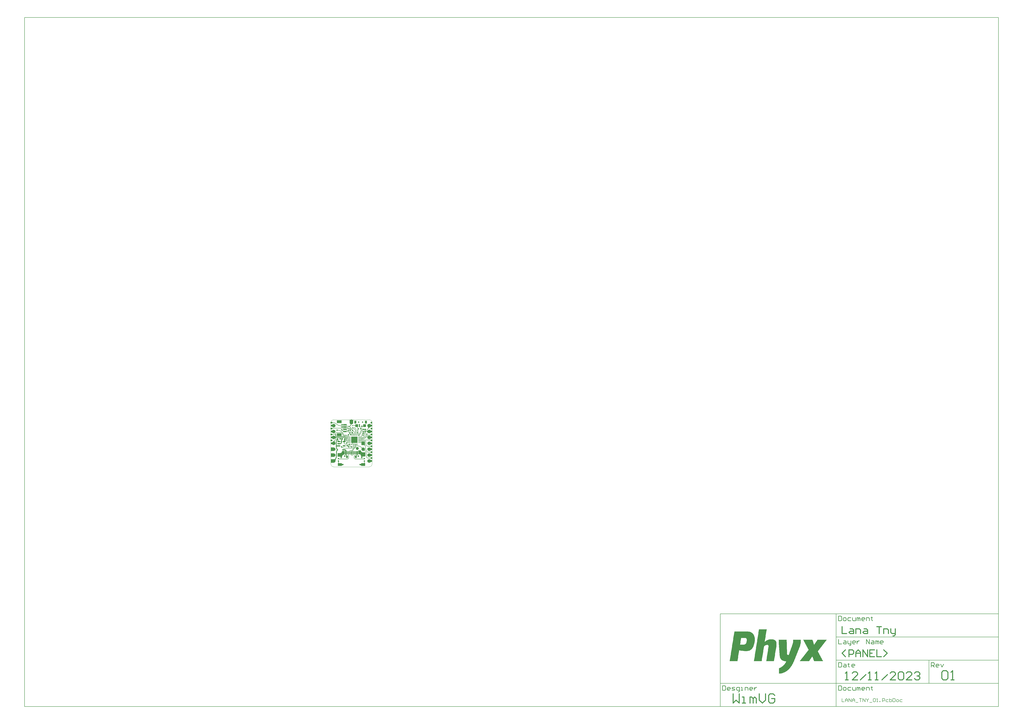
<source format=gtl>
G04*
G04 #@! TF.GenerationSoftware,Altium Limited,Altium Designer,23.10.1 (27)*
G04*
G04 Layer_Physical_Order=1*
G04 Layer_Color=3394611*
%FSLAX25Y25*%
%MOIN*%
G70*
G04*
G04 #@! TF.SameCoordinates,194C9E44-5DED-4EF5-99F0-288BDC966464*
G04*
G04*
G04 #@! TF.FilePolarity,Positive*
G04*
G01*
G75*
%ADD10C,0.00984*%
%ADD11C,0.00394*%
%ADD12C,0.00591*%
%ADD13C,0.00787*%
%ADD16C,0.01575*%
%ADD17R,0.01181X0.05709*%
%ADD18R,0.07087X0.05709*%
%ADD19R,0.07087X0.04724*%
%ADD20R,0.07874X0.04724*%
%ADD21R,0.06102X0.02362*%
%ADD22C,0.01575*%
%ADD23R,0.04528X0.02362*%
%ADD24R,0.01929X0.01772*%
%ADD25R,0.03543X0.04724*%
%ADD26R,0.04528X0.05118*%
%ADD27R,0.02362X0.01968*%
%ADD28O,0.00787X0.02953*%
%ADD29O,0.02953X0.00787*%
%ADD30R,0.11024X0.11024*%
%ADD31R,0.01772X0.01772*%
%ADD32R,0.01968X0.02362*%
%ADD57C,0.01181*%
%ADD58C,0.00500*%
%ADD59C,0.00591*%
%ADD60C,0.01968*%
%ADD61C,0.02559*%
%ADD62C,0.05118*%
%ADD63C,0.02362*%
%ADD64C,0.05906*%
%ADD65R,0.05906X0.05906*%
%ADD66R,0.02500X0.03150*%
%ADD67R,0.05906X0.05000*%
%ADD68R,0.05000X0.05906*%
G36*
X2481Y75555D02*
X2496Y75513D01*
X2522Y75475D01*
X2558Y75443D01*
X2604Y75415D01*
X2660Y75393D01*
X2727Y75375D01*
X2804Y75363D01*
X2891Y75355D01*
X2988Y75353D01*
Y74853D01*
X2891Y74850D01*
X2804Y74843D01*
X2727Y74830D01*
X2660Y74813D01*
X2604Y74790D01*
X2558Y74763D01*
X2522Y74730D01*
X2496Y74693D01*
X2481Y74650D01*
X2476Y74603D01*
Y75603D01*
X2481Y75555D01*
D02*
G37*
G36*
X19853Y72371D02*
X20070Y72186D01*
X20176Y72111D01*
X20279Y72048D01*
X20380Y71996D01*
X20478Y71956D01*
X20513Y71945D01*
X20565Y71966D01*
X20611Y71994D01*
X20647Y72026D01*
X20673Y72064D01*
X20688Y72106D01*
X20693Y72154D01*
Y71908D01*
X20761Y71904D01*
Y71404D01*
X20693Y71399D01*
Y71154D01*
X20688Y71201D01*
X20673Y71244D01*
X20647Y71281D01*
X20611Y71314D01*
X20565Y71341D01*
X20513Y71362D01*
X20478Y71352D01*
X20380Y71311D01*
X20279Y71259D01*
X20176Y71196D01*
X20070Y71121D01*
X19963Y71034D01*
X19741Y70827D01*
Y72480D01*
X19853Y72371D01*
D02*
G37*
G36*
X34201Y70885D02*
X33466Y70873D01*
X33513Y70879D01*
X33556Y70895D01*
X33593Y70921D01*
X33626Y70957D01*
X33653Y71003D01*
X33676Y71059D01*
X33693Y71125D01*
X33706Y71202D01*
X33713Y71288D01*
X33716Y71385D01*
X34216D01*
X34201Y70885D01*
D02*
G37*
G36*
X66224Y72782D02*
X66783Y72550D01*
X67286Y72214D01*
X67500Y72000D01*
X67624Y71887D01*
X67902Y71702D01*
X68212Y71574D01*
X68540Y71508D01*
X68707Y71500D01*
X69200D01*
Y70000D01*
X65000Y70000D01*
Y72900D01*
X65630D01*
X66224Y72782D01*
D02*
G37*
G36*
X5000Y70000D02*
X800Y70000D01*
Y71500D01*
X1293D01*
X1460Y71508D01*
X1788Y71574D01*
X2098Y71702D01*
X2376Y71887D01*
X2500Y72000D01*
X2714Y72214D01*
X3217Y72550D01*
X3777Y72782D01*
X4370Y72900D01*
X5000D01*
Y70000D01*
D02*
G37*
G36*
X41666Y69814D02*
X41660Y69870D01*
X41642Y69920D01*
X41611Y69965D01*
X41569Y70003D01*
X41515Y70036D01*
X41449Y70062D01*
X41370Y70083D01*
X41280Y70098D01*
X41178Y70107D01*
X41063Y70109D01*
Y70700D01*
X41178Y70703D01*
X41280Y70712D01*
X41370Y70727D01*
X41449Y70747D01*
X41515Y70774D01*
X41569Y70806D01*
X41611Y70845D01*
X41642Y70889D01*
X41660Y70939D01*
X41666Y70995D01*
Y69814D01*
D02*
G37*
G36*
X37553Y70850D02*
X37571Y70818D01*
X37600Y70791D01*
X37642Y70767D01*
X37695Y70746D01*
X37760Y70730D01*
X37836Y70717D01*
X37925Y70707D01*
X38138Y70700D01*
Y70109D01*
X38024Y70107D01*
X37922Y70098D01*
X37832Y70083D01*
X37754Y70062D01*
X37687Y70036D01*
X37633Y70003D01*
X37591Y69965D01*
X37560Y69920D01*
X37542Y69870D01*
X37535Y69814D01*
X37547Y70885D01*
X37553Y70850D01*
D02*
G37*
G36*
X48928Y70754D02*
X49358D01*
X49276Y70668D01*
X49202Y70579D01*
X49137Y70488D01*
X49081Y70394D01*
X49033Y70297D01*
X49022Y70268D01*
X49024Y70264D01*
X49067Y70193D01*
X49118Y70138D01*
X49177Y70098D01*
X49244Y70075D01*
X49319Y70067D01*
X48958D01*
X48943Y69992D01*
X48930Y69885D01*
X48925Y69775D01*
X48138D01*
X48134Y69885D01*
X48120Y69992D01*
X48105Y70067D01*
X47744D01*
X47819Y70075D01*
X47886Y70098D01*
X47945Y70138D01*
X47996Y70193D01*
X48039Y70264D01*
X48041Y70268D01*
X48030Y70297D01*
X47982Y70394D01*
X47926Y70488D01*
X47861Y70579D01*
X47787Y70668D01*
X47705Y70754D01*
X48135D01*
X48138Y70854D01*
X48925D01*
X48928Y70754D01*
D02*
G37*
G36*
X54855Y68398D02*
X54850Y68445D01*
X54834Y68488D01*
X54809Y68525D01*
X54773Y68558D01*
X54727Y68585D01*
X54670Y68608D01*
X54604Y68625D01*
X54527Y68638D01*
X54440Y68645D01*
X54343Y68648D01*
Y69148D01*
X54440Y69150D01*
X54527Y69158D01*
X54604Y69170D01*
X54670Y69188D01*
X54727Y69210D01*
X54773Y69238D01*
X54809Y69270D01*
X54834Y69308D01*
X54850Y69350D01*
X54855Y69398D01*
Y68398D01*
D02*
G37*
G36*
X53434Y69350D02*
X53449Y69308D01*
X53475Y69270D01*
X53511Y69238D01*
X53557Y69210D01*
X53613Y69188D01*
X53680Y69170D01*
X53756Y69158D01*
X53843Y69150D01*
X53941Y69148D01*
Y68648D01*
X53843Y68645D01*
X53756Y68638D01*
X53680Y68625D01*
X53613Y68608D01*
X53557Y68585D01*
X53511Y68558D01*
X53475Y68525D01*
X53449Y68488D01*
X53434Y68445D01*
X53429Y68398D01*
Y69398D01*
X53434Y69350D01*
D02*
G37*
G36*
X69200Y70000D02*
Y68500D01*
X68707D01*
X68540Y68492D01*
X68212Y68427D01*
X67902Y68298D01*
X67624Y68112D01*
X67500Y68000D01*
X67286Y67786D01*
X66783Y67450D01*
X66224Y67218D01*
X66181Y67210D01*
X64268Y65676D01*
X64151Y65543D01*
X64076Y65433D01*
X63553Y65524D01*
X63629Y65699D01*
X63667Y65895D01*
X63668Y66113D01*
X63631Y66353D01*
X63556Y66615D01*
X63445Y66899D01*
X63295Y67204D01*
X63108Y67531D01*
X62884Y67879D01*
X62622Y68249D01*
X65000Y67864D01*
Y70000D01*
X69200Y70000D01*
D02*
G37*
G36*
X53116Y67735D02*
X53073Y67720D01*
X53036Y67694D01*
X53003Y67659D01*
X52976Y67612D01*
X52953Y67556D01*
X52936Y67490D01*
X52923Y67413D01*
X52916Y67326D01*
X52913Y67229D01*
X52413D01*
X52411Y67326D01*
X52403Y67413D01*
X52391Y67490D01*
X52373Y67556D01*
X52351Y67612D01*
X52323Y67659D01*
X52291Y67694D01*
X52253Y67720D01*
X52211Y67735D01*
X52163Y67740D01*
X53163D01*
X53116Y67735D01*
D02*
G37*
G36*
X19853Y68434D02*
X20070Y68249D01*
X20176Y68174D01*
X20279Y68111D01*
X20380Y68059D01*
X20478Y68019D01*
X20513Y68008D01*
X20565Y68029D01*
X20611Y68057D01*
X20647Y68089D01*
X20673Y68126D01*
X20688Y68169D01*
X20693Y68217D01*
Y67971D01*
X20761Y67967D01*
Y67466D01*
X20693Y67462D01*
Y67216D01*
X20688Y67264D01*
X20673Y67307D01*
X20647Y67344D01*
X20611Y67377D01*
X20565Y67404D01*
X20513Y67425D01*
X20478Y67415D01*
X20380Y67374D01*
X20279Y67322D01*
X20176Y67259D01*
X20070Y67184D01*
X19963Y67097D01*
X19741Y66890D01*
Y68543D01*
X19853Y68434D01*
D02*
G37*
G36*
X49464Y69244D02*
X49460Y69131D01*
X49481Y68996D01*
X49525Y68840D01*
X49594Y68661D01*
X49687Y68459D01*
X49945Y67991D01*
X50299Y67434D01*
X49580Y67112D01*
X49447Y67304D01*
X49211Y67601D01*
X49108Y67706D01*
X49014Y67783D01*
X48930Y67832D01*
X48856Y67852D01*
X48792Y67843D01*
X48737Y67806D01*
X48692Y67740D01*
X49492Y69334D01*
X49464Y69244D01*
D02*
G37*
G36*
X5000Y67100D02*
X4370D01*
X3777Y67218D01*
X3217Y67450D01*
X2714Y67786D01*
X2500Y68000D01*
X2376Y68112D01*
X2098Y68298D01*
X1788Y68427D01*
X1460Y68492D01*
X1293Y68500D01*
X800D01*
Y70000D01*
X5000Y70000D01*
Y67100D01*
D02*
G37*
G36*
X45902Y67345D02*
X45859Y67329D01*
X45820Y67301D01*
X45787Y67263D01*
X45759Y67213D01*
X45736Y67152D01*
X45718Y67081D01*
X45706Y66998D01*
X45698Y66905D01*
X45695Y66800D01*
X45105D01*
X45102Y66905D01*
X45094Y66998D01*
X45082Y67081D01*
X45064Y67152D01*
X45041Y67213D01*
X45013Y67263D01*
X44980Y67301D01*
X44941Y67329D01*
X44898Y67345D01*
X44849Y67351D01*
X45951D01*
X45902Y67345D01*
D02*
G37*
G36*
X32574Y67839D02*
X32790Y67656D01*
X32885Y67590D01*
X32972Y67540D01*
X33051Y67506D01*
X33121Y67489D01*
X33184Y67489D01*
X33237Y67506D01*
X33283Y67538D01*
X32453Y66709D01*
X32486Y66754D01*
X32502Y66808D01*
X32502Y66870D01*
X32485Y66940D01*
X32452Y67019D01*
X32401Y67106D01*
X32335Y67202D01*
X32252Y67306D01*
X32035Y67538D01*
X32453Y67956D01*
X32574Y67839D01*
D02*
G37*
G36*
X37540Y67117D02*
X37556Y67075D01*
X37581Y67037D01*
X37617Y67005D01*
X37663Y66977D01*
X37719Y66955D01*
X37786Y66937D01*
X37863Y66925D01*
X37950Y66917D01*
X38047Y66915D01*
Y66415D01*
X37950Y66412D01*
X37863Y66405D01*
X37786Y66392D01*
X37719Y66375D01*
X37663Y66352D01*
X37617Y66325D01*
X37581Y66292D01*
X37556Y66255D01*
X37540Y66212D01*
X37535Y66165D01*
Y67165D01*
X37540Y67117D01*
D02*
G37*
G36*
X50538Y66197D02*
X50559Y65984D01*
X50577Y65898D01*
X50601Y65825D01*
X50629Y65765D01*
X50663Y65718D01*
X50702Y65685D01*
X50746Y65664D01*
X50796Y65657D01*
X49596Y65669D01*
X49625Y65676D01*
X49651Y65695D01*
X49674Y65728D01*
X49694Y65774D01*
X49710Y65833D01*
X49724Y65904D01*
X49735Y65989D01*
X49747Y66199D01*
X49748Y66323D01*
X50536D01*
X50538Y66197D01*
D02*
G37*
G36*
X2481Y66201D02*
X2496Y66158D01*
X2522Y66120D01*
X2558Y66088D01*
X2604Y66061D01*
X2660Y66038D01*
X2727Y66021D01*
X2804Y66008D01*
X2891Y66000D01*
X2988Y65998D01*
Y65498D01*
X2891Y65496D01*
X2804Y65488D01*
X2727Y65475D01*
X2660Y65458D01*
X2604Y65435D01*
X2558Y65408D01*
X2522Y65376D01*
X2496Y65338D01*
X2481Y65295D01*
X2476Y65248D01*
Y66248D01*
X2481Y66201D01*
D02*
G37*
G36*
X45841Y66027D02*
X45968Y65740D01*
X46025Y65641D01*
X46078Y65571D01*
X46128Y65530D01*
X46173Y65518D01*
X46215Y65535D01*
X46252Y65581D01*
X46286Y65657D01*
X45989Y64809D01*
X46364Y65185D01*
X46400Y65151D01*
X46468Y65093D01*
X46502Y65068D01*
X46535Y65047D01*
X46568Y65029D01*
X46600Y65014D01*
X46632Y65002D01*
X46663Y64994D01*
X46694Y64988D01*
X46143Y64438D01*
X46138Y64468D01*
X46129Y64500D01*
X46117Y64531D01*
X46102Y64564D01*
X46084Y64596D01*
X46063Y64629D01*
X46039Y64663D01*
X45981Y64732D01*
X45967Y64746D01*
X45671Y63904D01*
X45695Y63996D01*
X45706Y64106D01*
X45705Y64233D01*
X45692Y64377D01*
X45667Y64539D01*
X45581Y64916D01*
X45520Y65130D01*
X45362Y65612D01*
X45772Y66214D01*
X45841Y66027D01*
D02*
G37*
G36*
X57492Y62807D02*
X57482Y62898D01*
X57453Y62980D01*
X57404Y63052D01*
X57335Y63115D01*
X57246Y63167D01*
X57138Y63211D01*
X57010Y63244D01*
X56862Y63268D01*
X56695Y63283D01*
X56693Y63283D01*
X56691Y63283D01*
X56523Y63268D01*
X56376Y63244D01*
X56248Y63211D01*
X56140Y63167D01*
X56051Y63115D01*
X55982Y63052D01*
X55933Y62980D01*
X55903Y62898D01*
X55893Y62807D01*
Y64752D01*
X55903Y64661D01*
X55933Y64579D01*
X55982Y64507D01*
X56051Y64445D01*
X56140Y64392D01*
X56248Y64349D01*
X56376Y64315D01*
X56523Y64291D01*
X56691Y64276D01*
X56693Y64276D01*
X56695Y64276D01*
X56862Y64291D01*
X57010Y64315D01*
X57138Y64349D01*
X57246Y64392D01*
X57335Y64445D01*
X57404Y64507D01*
X57453Y64579D01*
X57482Y64661D01*
X57492Y64752D01*
Y62807D01*
D02*
G37*
G36*
X54575Y62819D02*
X54524Y62832D01*
X54468Y62835D01*
X54408Y62826D01*
X54343Y62806D01*
X54275Y62775D01*
X54202Y62733D01*
X54125Y62680D01*
X54043Y62615D01*
X53958Y62540D01*
X53868Y62454D01*
X53202Y62494D01*
X53316Y62612D01*
X53492Y62816D01*
X53555Y62902D01*
X53600Y62978D01*
X53628Y63043D01*
X53638Y63099D01*
X53632Y63143D01*
X53608Y63178D01*
X53567Y63202D01*
X54575Y62819D01*
D02*
G37*
G36*
X46560Y63321D02*
X46476Y63292D01*
X46403Y63242D01*
X46339Y63173D01*
X46284Y63085D01*
X46240Y62977D01*
X46206Y62849D01*
X46181Y62701D01*
X46166Y62534D01*
X46161Y62347D01*
X45177D01*
X45182Y62534D01*
X45196Y62701D01*
X45221Y62849D01*
X45254Y62977D01*
X45298Y63085D01*
X45351Y63173D01*
X45413Y63242D01*
X45486Y63292D01*
X45568Y63321D01*
X45659Y63331D01*
X46654D01*
X46560Y63321D01*
D02*
G37*
G36*
X26758Y63110D02*
X26767Y63091D01*
X26786Y63063D01*
X26815Y63027D01*
X26904Y62932D01*
X27203Y62643D01*
X26786Y62225D01*
X26699Y62305D01*
X26327Y62607D01*
X26307Y62613D01*
X26296Y62610D01*
X26760Y63121D01*
X26758Y63110D01*
D02*
G37*
G36*
X11457Y63114D02*
X11673Y62927D01*
X11778Y62849D01*
X11881Y62782D01*
X11981Y62725D01*
X12080Y62679D01*
X12176Y62644D01*
X12270Y62620D01*
X12362Y62606D01*
X12361Y62104D01*
X12269Y62106D01*
X12176Y62096D01*
X12080Y62074D01*
X11981Y62040D01*
X11880Y61992D01*
X11777Y61933D01*
X11672Y61861D01*
X11564Y61777D01*
X11454Y61680D01*
X11341Y61571D01*
X11346Y63224D01*
X11457Y63114D01*
D02*
G37*
G36*
X19687Y62836D02*
X19712Y62570D01*
X19735Y62449D01*
X19766Y62336D01*
X19803Y62231D01*
X19847Y62134D01*
X19899Y62045D01*
X19957Y61964D01*
X20022Y61891D01*
X19605Y61474D01*
X19532Y61539D01*
X19451Y61598D01*
X19362Y61649D01*
X19265Y61693D01*
X19160Y61730D01*
X19047Y61761D01*
X18926Y61784D01*
X18798Y61800D01*
X18661Y61809D01*
X18516Y61811D01*
X19685Y62980D01*
X19687Y62836D01*
D02*
G37*
G36*
X30856Y62397D02*
X31062Y62227D01*
X31164Y62158D01*
X31265Y62099D01*
X31365Y62051D01*
X31465Y62014D01*
X31565Y61988D01*
X31659Y61972D01*
X31725Y61978D01*
X31815Y61993D01*
X31894Y62014D01*
X31960Y62040D01*
X32014Y62073D01*
X32056Y62111D01*
X32087Y62155D01*
X32105Y62206D01*
X32111Y62262D01*
Y61081D01*
X32105Y61137D01*
X32087Y61187D01*
X32056Y61231D01*
X32014Y61270D01*
X31960Y61302D01*
X31894Y61329D01*
X31815Y61349D01*
X31725Y61364D01*
X31659Y61370D01*
X31565Y61355D01*
X31465Y61328D01*
X31365Y61291D01*
X31265Y61243D01*
X31164Y61185D01*
X31062Y61115D01*
X30959Y61036D01*
X30856Y60945D01*
X30752Y60844D01*
Y62498D01*
X30856Y62397D01*
D02*
G37*
G36*
X37947Y61447D02*
X37939Y61397D01*
X37944Y61341D01*
X37961Y61279D01*
X37991Y61211D01*
X38034Y61137D01*
X38090Y61058D01*
X38159Y60972D01*
X38334Y60784D01*
X38122Y60288D01*
X38012Y60395D01*
X37818Y60561D01*
X37735Y60621D01*
X37659Y60665D01*
X37593Y60694D01*
X37536Y60707D01*
X37486Y60705D01*
X37446Y60687D01*
X37415Y60654D01*
X37968Y61491D01*
X37947Y61447D01*
D02*
G37*
G36*
X62891Y57933D02*
X62545Y58278D01*
X61620Y59096D01*
X61350Y59296D01*
X61099Y59459D01*
X60867Y59587D01*
X60654Y59677D01*
X60461Y59732D01*
X60295Y59749D01*
X60233Y59747D01*
X60146Y59740D01*
X60069Y59728D01*
X60003Y59710D01*
X59947Y59688D01*
X59900Y59660D01*
X59865Y59627D01*
X59839Y59590D01*
X59824Y59548D01*
X59819Y59500D01*
Y60500D01*
X59824Y60453D01*
X59839Y60410D01*
X59865Y60373D01*
X59900Y60340D01*
X59947Y60312D01*
X60003Y60290D01*
X60069Y60273D01*
X60146Y60260D01*
X60233Y60252D01*
X60295Y60251D01*
X60461Y60268D01*
X60654Y60323D01*
X60867Y60413D01*
X61099Y60541D01*
X61350Y60704D01*
X61620Y60904D01*
X62217Y61413D01*
X62891Y62067D01*
Y57933D01*
D02*
G37*
G36*
X20671Y61270D02*
X20911Y61092D01*
X21016Y61029D01*
X21110Y60982D01*
X21194Y60952D01*
X21267Y60939D01*
X21330Y60942D01*
X21383Y60962D01*
X21425Y61000D01*
X20693Y60094D01*
X20720Y60141D01*
X20730Y60194D01*
X20724Y60255D01*
X20701Y60323D01*
X20662Y60397D01*
X20606Y60479D01*
X20534Y60567D01*
X20445Y60663D01*
X20218Y60874D01*
X20535Y61384D01*
X20671Y61270D01*
D02*
G37*
G36*
X66224Y62782D02*
X66783Y62550D01*
X67286Y62214D01*
X67500Y62000D01*
X67624Y61888D01*
X67902Y61702D01*
X68212Y61573D01*
X68540Y61508D01*
X68707Y61500D01*
X69200D01*
Y60000D01*
X65000Y60000D01*
Y62900D01*
X65630D01*
X66224Y62782D01*
D02*
G37*
G36*
X5000Y60000D02*
X800Y60000D01*
Y61500D01*
X1293D01*
X1460Y61508D01*
X1788Y61573D01*
X2098Y61702D01*
X2376Y61888D01*
X2500Y62000D01*
X2714Y62214D01*
X3217Y62550D01*
X3777Y62782D01*
X4370Y62900D01*
X5000D01*
Y60000D01*
D02*
G37*
G36*
X59114Y58877D02*
X59071Y58862D01*
X59034Y58836D01*
X59001Y58800D01*
X58974Y58754D01*
X58951Y58698D01*
X58934Y58631D01*
X58921Y58555D01*
X58914Y58468D01*
X58911Y58370D01*
X58411D01*
X58409Y58468D01*
X58401Y58555D01*
X58389Y58631D01*
X58371Y58698D01*
X58349Y58754D01*
X58321Y58800D01*
X58289Y58836D01*
X58251Y58862D01*
X58209Y58877D01*
X58161Y58882D01*
X59161D01*
X59114Y58877D01*
D02*
G37*
G36*
X46165Y59143D02*
X46175Y59030D01*
X46191Y58922D01*
X46215Y58819D01*
X46245Y58723D01*
X46282Y58631D01*
X46325Y58546D01*
X46376Y58466D01*
X46433Y58392D01*
X46496Y58324D01*
X44842D01*
X44906Y58392D01*
X44963Y58466D01*
X45013Y58546D01*
X45057Y58631D01*
X45094Y58723D01*
X45124Y58819D01*
X45147Y58922D01*
X45164Y59030D01*
X45174Y59143D01*
X45177Y59263D01*
X46161D01*
X46165Y59143D01*
D02*
G37*
G36*
X35298Y59525D02*
X35399Y59504D01*
X35506Y59487D01*
X35619Y59476D01*
X35859Y59471D01*
X35986Y59477D01*
X36257Y59505D01*
X36400Y59527D01*
X35432Y58187D01*
X35406Y58327D01*
X35373Y58455D01*
X35332Y58571D01*
X35284Y58675D01*
X35228Y58766D01*
X35165Y58846D01*
X35095Y58913D01*
X35017Y58969D01*
X34931Y59012D01*
X34838Y59043D01*
X35201Y59553D01*
X35298Y59525D01*
D02*
G37*
G36*
X54979Y58882D02*
X55224D01*
X55177Y58877D01*
X55134Y58862D01*
X55097Y58836D01*
X55064Y58800D01*
X55037Y58754D01*
X55016Y58702D01*
X55026Y58667D01*
X55067Y58569D01*
X55119Y58468D01*
X55182Y58365D01*
X55257Y58259D01*
X55344Y58152D01*
X55551Y57930D01*
X53898D01*
X54007Y58042D01*
X54192Y58259D01*
X54267Y58365D01*
X54330Y58468D01*
X54382Y58569D01*
X54422Y58667D01*
X54433Y58702D01*
X54412Y58754D01*
X54384Y58800D01*
X54352Y58836D01*
X54314Y58862D01*
X54272Y58877D01*
X54224Y58882D01*
X54470D01*
X54474Y58950D01*
X54974D01*
X54979Y58882D01*
D02*
G37*
G36*
X69200Y60000D02*
Y58500D01*
X68707D01*
X68540Y58492D01*
X68212Y58426D01*
X67902Y58298D01*
X67624Y58113D01*
X67500Y58000D01*
X67286Y57786D01*
X66783Y57450D01*
X66224Y57218D01*
X65630Y57100D01*
X65000D01*
Y60000D01*
X69200Y60000D01*
D02*
G37*
G36*
X5000Y57100D02*
X4370D01*
X3777Y57218D01*
X3217Y57450D01*
X2714Y57786D01*
X2500Y58000D01*
X2376Y58113D01*
X2098Y58298D01*
X1788Y58426D01*
X1460Y58492D01*
X1293Y58500D01*
X800D01*
Y60000D01*
X5000Y60000D01*
Y57100D01*
D02*
G37*
G36*
X37659Y57815D02*
X37630Y57700D01*
X37614Y57589D01*
X37610Y57484D01*
X37618Y57383D01*
X37639Y57286D01*
X37672Y57194D01*
X37717Y57106D01*
X37775Y57023D01*
X37845Y56944D01*
X37378Y56576D01*
X37297Y56652D01*
X37207Y56726D01*
X37110Y56799D01*
X36890Y56938D01*
X36767Y57005D01*
X36497Y57133D01*
X36193Y57254D01*
X37700Y57934D01*
X37659Y57815D01*
D02*
G37*
G36*
X33025Y57926D02*
X33106Y57831D01*
X33189Y57748D01*
X33274Y57675D01*
X33360Y57613D01*
X33449Y57563D01*
X33539Y57524D01*
X33631Y57496D01*
X33725Y57480D01*
X33821Y57474D01*
X33805Y56974D01*
X33707Y56969D01*
X33607Y56954D01*
X33507Y56930D01*
X33405Y56895D01*
X33302Y56851D01*
X33199Y56796D01*
X33094Y56732D01*
X32988Y56659D01*
X32881Y56575D01*
X32774Y56481D01*
X32946Y58032D01*
X33025Y57926D01*
D02*
G37*
G36*
X54991Y55936D02*
X54823Y55895D01*
X54390Y55764D01*
X54270Y55717D01*
X54066Y55620D01*
X53982Y55570D01*
X53910Y55518D01*
X53850Y55465D01*
X53408Y55730D01*
X53474Y55805D01*
X53528Y55886D01*
X53572Y55974D01*
X53605Y56070D01*
X53627Y56173D01*
X53639Y56283D01*
X53640Y56401D01*
X53631Y56525D01*
X53610Y56657D01*
X53579Y56797D01*
X54991Y55936D01*
D02*
G37*
G36*
X43401Y55621D02*
X43417Y55380D01*
X43427Y55313D01*
X43453Y55197D01*
X43470Y55148D01*
X43488Y55106D01*
X43509Y55070D01*
X42790D01*
X42811Y55106D01*
X42829Y55148D01*
X42846Y55197D01*
X42860Y55252D01*
X42872Y55313D01*
X42890Y55454D01*
X42895Y55534D01*
X42900Y55713D01*
X43400D01*
X43401Y55621D01*
D02*
G37*
G36*
X41826D02*
X41842Y55380D01*
X41852Y55313D01*
X41879Y55197D01*
X41895Y55148D01*
X41914Y55106D01*
X41934Y55070D01*
X41215D01*
X41236Y55106D01*
X41255Y55148D01*
X41271Y55197D01*
X41285Y55252D01*
X41297Y55313D01*
X41315Y55454D01*
X41320Y55534D01*
X41325Y55713D01*
X41825D01*
X41826Y55621D01*
D02*
G37*
G36*
X40251D02*
X40268Y55380D01*
X40277Y55313D01*
X40304Y55197D01*
X40320Y55148D01*
X40339Y55106D01*
X40360Y55070D01*
X39640D01*
X39661Y55106D01*
X39680Y55148D01*
X39696Y55197D01*
X39711Y55252D01*
X39723Y55313D01*
X39740Y55454D01*
X39746Y55534D01*
X39750Y55713D01*
X40250D01*
X40251Y55621D01*
D02*
G37*
G36*
X35018Y55532D02*
X35257Y55428D01*
X35303Y55400D01*
X35331Y55375D01*
X35343Y55354D01*
X35338Y55336D01*
X35315Y55322D01*
X35276Y55310D01*
X34898Y54833D01*
X34917Y54862D01*
X34926Y54892D01*
X34925Y54921D01*
X34914Y54949D01*
X34894Y54977D01*
X34864Y55005D01*
X34824Y55033D01*
X34774Y55060D01*
X34714Y55087D01*
X34645Y55113D01*
X34904Y55574D01*
X35018Y55532D01*
D02*
G37*
G36*
X45465Y55247D02*
X45366Y55190D01*
X45208Y55085D01*
X45151Y55036D01*
X45108Y54991D01*
X45078Y54948D01*
X45063Y54907D01*
X45062Y54869D01*
X45075Y54835D01*
X45102Y54802D01*
X44576Y55281D01*
X44518Y55272D01*
X44482Y55273D01*
X44469Y55283D01*
X44477Y55304D01*
X44508Y55334D01*
X44561Y55373D01*
X44636Y55422D01*
X44994Y55628D01*
X45465Y55247D01*
D02*
G37*
G36*
X2481Y55453D02*
X2496Y55410D01*
X2522Y55373D01*
X2558Y55340D01*
X2604Y55313D01*
X2660Y55290D01*
X2727Y55273D01*
X2804Y55260D01*
X2891Y55252D01*
X2988Y55250D01*
Y54750D01*
X2891Y54747D01*
X2804Y54740D01*
X2727Y54728D01*
X2660Y54710D01*
X2604Y54688D01*
X2558Y54660D01*
X2522Y54628D01*
X2496Y54590D01*
X2481Y54548D01*
X2476Y54500D01*
Y55500D01*
X2481Y55453D01*
D02*
G37*
G36*
X33537Y55738D02*
X34112Y55583D01*
X34129Y55566D01*
X34124Y55551D01*
X34097Y55540D01*
X34401Y55094D01*
X34403Y55088D01*
X34403Y55068D01*
X34400Y55034D01*
X34360Y54760D01*
X34301Y54411D01*
X33363Y55773D01*
X33537Y55738D01*
D02*
G37*
G36*
X61739Y54572D02*
X61613Y54473D01*
X61293Y54186D01*
X61206Y54094D01*
X61061Y53916D01*
X61004Y53829D01*
X60956Y53744D01*
X60919Y53661D01*
X60405Y53727D01*
X60435Y53815D01*
X60452Y53907D01*
X60455Y54002D01*
X60445Y54102D01*
X60421Y54205D01*
X60384Y54312D01*
X60333Y54423D01*
X60268Y54537D01*
X60190Y54655D01*
X60098Y54778D01*
X61739Y54572D01*
D02*
G37*
G36*
X48866Y54709D02*
X48805Y54640D01*
X48750Y54561D01*
X48702Y54473D01*
X48661Y54374D01*
X48627Y54266D01*
X48599Y54149D01*
X48577Y54021D01*
X48562Y53884D01*
X48552Y53580D01*
X47383Y54750D01*
X47540Y54751D01*
X47824Y54774D01*
X47951Y54796D01*
X48069Y54824D01*
X48177Y54858D01*
X48276Y54900D01*
X48364Y54947D01*
X48443Y55002D01*
X48512Y55063D01*
X48866Y54709D01*
D02*
G37*
G36*
X56218Y54684D02*
X56158Y54615D01*
X56103Y54536D01*
X56055Y54447D01*
X56014Y54349D01*
X55980Y54241D01*
X55952Y54123D01*
X55930Y53996D01*
X55915Y53859D01*
X55905Y53555D01*
X54736Y54724D01*
X54893Y54726D01*
X55177Y54749D01*
X55304Y54771D01*
X55422Y54799D01*
X55530Y54833D01*
X55629Y54874D01*
X55717Y54922D01*
X55796Y54976D01*
X55865Y55037D01*
X56218Y54684D01*
D02*
G37*
G36*
X67524Y53500D02*
X67519Y53548D01*
X67503Y53590D01*
X67478Y53628D01*
X67442Y53660D01*
X67396Y53688D01*
X67340Y53710D01*
X67273Y53728D01*
X67196Y53740D01*
X67109Y53747D01*
X67012Y53750D01*
Y54250D01*
X67109Y54252D01*
X67196Y54260D01*
X67273Y54273D01*
X67340Y54290D01*
X67396Y54312D01*
X67442Y54340D01*
X67478Y54373D01*
X67503Y54410D01*
X67519Y54453D01*
X67524Y54500D01*
Y53500D01*
D02*
G37*
G36*
X30413Y53645D02*
X30372Y53610D01*
X30336Y53568D01*
X30304Y53519D01*
X30277Y53463D01*
X30255Y53401D01*
X30238Y53331D01*
X30226Y53255D01*
X30219Y53172D01*
X30217Y53082D01*
X29626D01*
X29624Y53172D01*
X29616Y53255D01*
X29604Y53331D01*
X29587Y53401D01*
X29565Y53463D01*
X29539Y53519D01*
X29507Y53568D01*
X29471Y53610D01*
X29429Y53645D01*
X29383Y53673D01*
X30459D01*
X30413Y53645D01*
D02*
G37*
G36*
X8905Y53326D02*
X8844Y53262D01*
X8795Y53197D01*
X8760Y53129D01*
X8738Y53061D01*
X8729Y52990D01*
X8733Y52918D01*
X8750Y52844D01*
X8781Y52769D01*
X8825Y52692D01*
X8277Y52644D01*
X8229Y52732D01*
X8127Y52894D01*
X8072Y52968D01*
X8014Y53036D01*
X7954Y53100D01*
X7891Y53158D01*
X7825Y53211D01*
X7757Y53259D01*
X7687Y53302D01*
X8980Y53389D01*
X8905Y53326D01*
D02*
G37*
G36*
X49043Y51126D02*
X49085Y51108D01*
X49134Y51091D01*
X49189Y51077D01*
X49250Y51065D01*
X49391Y51047D01*
X49471Y51042D01*
X49650Y51037D01*
Y50537D01*
X49558Y50536D01*
X49317Y50520D01*
X49250Y50510D01*
X49134Y50484D01*
X49085Y50467D01*
X49043Y50449D01*
X49007Y50428D01*
Y51147D01*
X49043Y51126D01*
D02*
G37*
G36*
X66224Y52782D02*
X66783Y52550D01*
X67286Y52214D01*
X67500Y52000D01*
X67624Y51888D01*
X67902Y51702D01*
X68212Y51573D01*
X68540Y51508D01*
X68707Y51500D01*
X69200D01*
Y50000D01*
X65000Y50000D01*
Y52900D01*
X65630D01*
X66224Y52782D01*
D02*
G37*
G36*
X5000Y50000D02*
X800Y50000D01*
Y51500D01*
X1293D01*
X1460Y51508D01*
X1788Y51573D01*
X2098Y51702D01*
X2376Y51888D01*
X2500Y52000D01*
X2714Y52214D01*
X3217Y52550D01*
X3777Y52782D01*
X4370Y52900D01*
X5000D01*
Y50000D01*
D02*
G37*
G36*
X49043Y49551D02*
X49085Y49533D01*
X49134Y49516D01*
X49189Y49502D01*
X49250Y49490D01*
X49391Y49472D01*
X49471Y49467D01*
X49650Y49463D01*
Y48963D01*
X49558Y48961D01*
X49317Y48945D01*
X49250Y48935D01*
X49134Y48909D01*
X49085Y48893D01*
X49043Y48874D01*
X49007Y48853D01*
Y49572D01*
X49043Y49551D01*
D02*
G37*
G36*
X30993Y48853D02*
X30957Y48874D01*
X30915Y48893D01*
X30866Y48909D01*
X30811Y48923D01*
X30750Y48935D01*
X30609Y48953D01*
X30529Y48958D01*
X30350Y48963D01*
Y49463D01*
X30442Y49464D01*
X30683Y49480D01*
X30750Y49490D01*
X30866Y49516D01*
X30915Y49533D01*
X30957Y49551D01*
X30993Y49572D01*
Y48853D01*
D02*
G37*
G36*
X7129Y52122D02*
X9100Y50956D01*
X9305Y50876D01*
X9476Y50827D01*
X9611Y50811D01*
X9708Y50311D01*
X9512Y50291D01*
X9310Y50233D01*
X9102Y50136D01*
X8887Y50000D01*
X8665Y49826D01*
X8438Y49613D01*
X8204Y49360D01*
X7963Y49069D01*
X7463Y48371D01*
X6678Y52430D01*
X7129Y52122D01*
D02*
G37*
G36*
X19830Y46331D02*
X19748Y46440D01*
X19662Y46501D01*
X19569Y46513D01*
X19471Y46477D01*
X19367Y46393D01*
X19258Y46260D01*
X19143Y46079D01*
X19023Y45850D01*
X18897Y45572D01*
X18766Y45246D01*
X17872Y46235D01*
X17984Y46535D01*
X18063Y46793D01*
X18034Y46805D01*
X17880Y46846D01*
X17703Y46874D01*
X17503Y46892D01*
X17400Y46894D01*
X17297Y46892D01*
X17097Y46874D01*
X16919Y46846D01*
X16766Y46805D01*
X16636Y46753D01*
X16530Y46689D01*
X16447Y46614D01*
X16388Y46527D01*
X16353Y46429D01*
X16341Y46319D01*
Y48657D01*
X16353Y48547D01*
X16388Y48449D01*
X16447Y48362D01*
X16530Y48287D01*
X16636Y48223D01*
X16766Y48171D01*
X16919Y48131D01*
X17097Y48102D01*
X17297Y48085D01*
X17400Y48082D01*
X17503Y48085D01*
X17703Y48102D01*
X17880Y48131D01*
X18034Y48171D01*
X18164Y48223D01*
X18270Y48287D01*
X18353Y48362D01*
X18412Y48449D01*
X18447Y48547D01*
X18459Y48657D01*
X19830Y46331D01*
D02*
G37*
G36*
X49043Y47976D02*
X49085Y47958D01*
X49134Y47941D01*
X49189Y47927D01*
X49250Y47915D01*
X49391Y47898D01*
X49471Y47892D01*
X49650Y47888D01*
Y47388D01*
X49558Y47387D01*
X49317Y47370D01*
X49250Y47360D01*
X49134Y47334D01*
X49085Y47318D01*
X49043Y47299D01*
X49007Y47278D01*
Y47997D01*
X49043Y47976D01*
D02*
G37*
G36*
X30993Y47278D02*
X30957Y47299D01*
X30915Y47318D01*
X30866Y47334D01*
X30811Y47348D01*
X30750Y47360D01*
X30609Y47378D01*
X30529Y47383D01*
X30350Y47388D01*
Y47888D01*
X30442Y47889D01*
X30683Y47905D01*
X30750Y47915D01*
X30866Y47941D01*
X30915Y47958D01*
X30957Y47976D01*
X30993Y47997D01*
Y47278D01*
D02*
G37*
G36*
X69200Y50000D02*
Y48500D01*
X68707D01*
X68540Y48492D01*
X68212Y48426D01*
X67902Y48298D01*
X67624Y48112D01*
X67500Y48000D01*
X67286Y47786D01*
X66783Y47450D01*
X66224Y47218D01*
X65630Y47100D01*
X65000D01*
Y50000D01*
X69200Y50000D01*
D02*
G37*
G36*
X5000Y47100D02*
X4370D01*
X3777Y47218D01*
X3217Y47450D01*
X2714Y47786D01*
X2500Y48000D01*
X2376Y48112D01*
X2098Y48298D01*
X1788Y48426D01*
X1460Y48492D01*
X1293Y48500D01*
X800D01*
Y50000D01*
X5000Y50000D01*
Y47100D01*
D02*
G37*
G36*
X49043Y46402D02*
X49085Y46383D01*
X49134Y46367D01*
X49189Y46352D01*
X49250Y46340D01*
X49391Y46323D01*
X49471Y46317D01*
X49650Y46313D01*
Y45813D01*
X49558Y45812D01*
X49317Y45796D01*
X49250Y45786D01*
X49134Y45759D01*
X49085Y45743D01*
X49043Y45724D01*
X49007Y45703D01*
Y46423D01*
X49043Y46402D01*
D02*
G37*
G36*
X30993Y45703D02*
X30957Y45724D01*
X30915Y45743D01*
X30866Y45759D01*
X30811Y45774D01*
X30750Y45786D01*
X30609Y45803D01*
X30529Y45809D01*
X30350Y45813D01*
Y46313D01*
X30442Y46314D01*
X30683Y46330D01*
X30750Y46340D01*
X30866Y46367D01*
X30915Y46383D01*
X30957Y46402D01*
X30993Y46423D01*
Y45703D01*
D02*
G37*
G36*
X67524Y45169D02*
X67519Y45217D01*
X67503Y45259D01*
X67478Y45297D01*
X67442Y45329D01*
X67396Y45357D01*
X67340Y45379D01*
X67273Y45397D01*
X67196Y45409D01*
X67109Y45417D01*
X67012Y45419D01*
Y45919D01*
X67109Y45922D01*
X67196Y45929D01*
X67273Y45942D01*
X67340Y45959D01*
X67396Y45982D01*
X67442Y46009D01*
X67478Y46042D01*
X67503Y46079D01*
X67519Y46122D01*
X67524Y46169D01*
Y45169D01*
D02*
G37*
G36*
X24367Y45085D02*
X24413Y44353D01*
X24430Y44274D01*
X24449Y44218D01*
X24471Y44184D01*
X24496Y44173D01*
X22267D01*
X22292Y44184D01*
X22314Y44218D01*
X22333Y44274D01*
X22351Y44353D01*
X22365Y44455D01*
X22386Y44725D01*
X22397Y45299D01*
X24366D01*
X24367Y45085D01*
D02*
G37*
G36*
X12382Y46307D02*
X12363Y46272D01*
X12346Y46213D01*
X12332Y46130D01*
X12319Y46024D01*
X12302Y45740D01*
X12294Y45277D01*
X12297Y45140D01*
X12315Y44938D01*
X12344Y44759D01*
X12386Y44604D01*
X12439Y44473D01*
X12504Y44366D01*
X12581Y44282D01*
X12669Y44222D01*
X12770Y44186D01*
X12882Y44173D01*
X11122Y44185D01*
X11120Y44197D01*
X11118Y44232D01*
X11112Y45138D01*
X11110D01*
X11104Y45362D01*
X11087Y45563D01*
X11057Y45740D01*
X11016Y45894D01*
X10963Y46024D01*
X10898Y46130D01*
X10821Y46213D01*
X10732Y46272D01*
X10632Y46307D01*
X10520Y46319D01*
X12404D01*
X12382Y46307D01*
D02*
G37*
G36*
X49043Y44827D02*
X49085Y44808D01*
X49134Y44792D01*
X49189Y44778D01*
X49250Y44766D01*
X49391Y44748D01*
X49471Y44743D01*
X49650Y44738D01*
Y44238D01*
X49558Y44237D01*
X49317Y44221D01*
X49250Y44211D01*
X49134Y44184D01*
X49085Y44168D01*
X49043Y44150D01*
X49007Y44129D01*
Y44848D01*
X49043Y44827D01*
D02*
G37*
G36*
X30993Y44129D02*
X30957Y44150D01*
X30915Y44168D01*
X30866Y44184D01*
X30811Y44199D01*
X30750Y44211D01*
X30609Y44228D01*
X30529Y44234D01*
X30350Y44238D01*
Y44738D01*
X30442Y44739D01*
X30683Y44756D01*
X30750Y44766D01*
X30866Y44792D01*
X30915Y44808D01*
X30957Y44827D01*
X30993Y44848D01*
Y44129D01*
D02*
G37*
G36*
X18686Y44935D02*
X18664Y44817D01*
X18651Y44705D01*
X18645Y44600D01*
X18648Y44501D01*
X18659Y44409D01*
X18678Y44324D01*
X18705Y44245D01*
X18741Y44172D01*
X18784Y44106D01*
X18836Y44047D01*
X17183Y44065D01*
X17219Y44106D01*
X17254Y44157D01*
X17288Y44219D01*
X17320Y44291D01*
X17351Y44373D01*
X17409Y44569D01*
X17436Y44683D01*
X17485Y44942D01*
X18686Y44935D01*
D02*
G37*
G36*
X49043Y43252D02*
X49085Y43233D01*
X49134Y43217D01*
X49189Y43203D01*
X49250Y43191D01*
X49391Y43173D01*
X49471Y43168D01*
X49650Y43163D01*
Y42663D01*
X49558Y42662D01*
X49317Y42646D01*
X49250Y42636D01*
X49134Y42610D01*
X49085Y42593D01*
X49043Y42575D01*
X49007Y42554D01*
Y43273D01*
X49043Y43252D01*
D02*
G37*
G36*
X30993Y42554D02*
X30957Y42575D01*
X30915Y42593D01*
X30866Y42610D01*
X30811Y42624D01*
X30750Y42636D01*
X30609Y42654D01*
X30529Y42659D01*
X30350Y42663D01*
Y43163D01*
X30442Y43165D01*
X30683Y43181D01*
X30750Y43191D01*
X30866Y43217D01*
X30915Y43233D01*
X30957Y43252D01*
X30993Y43273D01*
Y42554D01*
D02*
G37*
G36*
X6211Y44531D02*
X6133Y44356D01*
X6095Y44162D01*
X6098Y43948D01*
X6141Y43716D01*
X6225Y43464D01*
X6348Y43193D01*
X6512Y42903D01*
X6717Y42593D01*
X6961Y42265D01*
X7246Y41917D01*
X5000Y42117D01*
Y40000D01*
X800Y40000D01*
Y41500D01*
X1293D01*
X1460Y41508D01*
X1788Y41574D01*
X2098Y41702D01*
X2376Y41888D01*
X2500Y42000D01*
X2714Y42214D01*
X3217Y42550D01*
X3593Y42706D01*
X5669Y44591D01*
X6211Y44531D01*
D02*
G37*
G36*
X18782Y42319D02*
X18742Y42259D01*
X18706Y42192D01*
X18676Y42116D01*
X18650Y42031D01*
X18628Y41938D01*
X18612Y41837D01*
X18600Y41727D01*
X18590Y41481D01*
X17410D01*
X17407Y41608D01*
X17388Y41837D01*
X17372Y41938D01*
X17350Y42031D01*
X17324Y42116D01*
X17294Y42192D01*
X17258Y42259D01*
X17218Y42319D01*
X17173Y42369D01*
X18827D01*
X18782Y42319D01*
D02*
G37*
G36*
X49043Y41677D02*
X49085Y41659D01*
X49134Y41642D01*
X49189Y41628D01*
X49250Y41616D01*
X49391Y41598D01*
X49471Y41593D01*
X49650Y41589D01*
Y41089D01*
X49558Y41087D01*
X49317Y41071D01*
X49250Y41061D01*
X49134Y41035D01*
X49085Y41019D01*
X49043Y41000D01*
X49007Y40979D01*
Y41698D01*
X49043Y41677D01*
D02*
G37*
G36*
X30993Y40979D02*
X30969Y40991D01*
X30935Y41002D01*
X30891Y41012D01*
X30837Y41020D01*
X30699Y41033D01*
X30419Y41043D01*
X30306Y41043D01*
Y41634D01*
X30419Y41635D01*
X30891Y41665D01*
X30935Y41675D01*
X30969Y41686D01*
X30993Y41698D01*
Y40979D01*
D02*
G37*
G36*
X52071Y40839D02*
X52066Y40886D01*
X52051Y40929D01*
X52025Y40966D01*
X51989Y40999D01*
X51943Y41026D01*
X51887Y41049D01*
X51820Y41066D01*
X51744Y41079D01*
X51657Y41086D01*
X51559Y41089D01*
Y41589D01*
X51657Y41591D01*
X51744Y41599D01*
X51820Y41611D01*
X51887Y41629D01*
X51943Y41651D01*
X51989Y41679D01*
X52025Y41711D01*
X52051Y41749D01*
X52066Y41791D01*
X52071Y41839D01*
Y40839D01*
D02*
G37*
G36*
X37484Y41893D02*
X37389Y41676D01*
X37350Y41569D01*
X37291Y41356D01*
X37271Y41250D01*
X37256Y41145D01*
X37247Y41041D01*
X37244Y40937D01*
X36457Y40674D01*
X36452Y40788D01*
X36437Y40894D01*
X36412Y40995D01*
X36377Y41088D01*
X36333Y41175D01*
X36278Y41256D01*
X36214Y41330D01*
X36139Y41397D01*
X36055Y41458D01*
X35961Y41512D01*
X37540Y42003D01*
X37484Y41893D01*
D02*
G37*
G36*
X27356Y41698D02*
X27750Y41628D01*
X27873Y41614D01*
X28107Y41600D01*
X28218Y41601D01*
X28427Y41615D01*
X28758Y41043D01*
X28660Y41036D01*
X28569Y41015D01*
X28484Y40979D01*
X28406Y40928D01*
X28336Y40863D01*
X28272Y40784D01*
X28216Y40691D01*
X28166Y40583D01*
X28123Y40461D01*
X28087Y40324D01*
X27217Y41730D01*
X27356Y41698D01*
D02*
G37*
G36*
X23246Y42226D02*
X23178Y42103D01*
X23118Y41952D01*
X23090Y41859D01*
X23216D01*
X23160Y41853D01*
X23110Y41835D01*
X23077Y41812D01*
X23066Y41774D01*
X23021Y41566D01*
X22986Y41331D01*
X22937Y40776D01*
X22921Y40108D01*
X22331D01*
X22327Y40456D01*
X22266Y41331D01*
X22230Y41566D01*
X22186Y41774D01*
X22175Y41812D01*
X22142Y41835D01*
X22092Y41853D01*
X22035Y41859D01*
X22162D01*
X22134Y41952D01*
X22074Y42103D01*
X22006Y42226D01*
X21930Y42320D01*
X23322D01*
X23246Y42226D01*
D02*
G37*
G36*
X66224Y42782D02*
X66783Y42550D01*
X67286Y42214D01*
X67500Y42000D01*
X67624Y41888D01*
X67902Y41702D01*
X68212Y41574D01*
X68540Y41508D01*
X68707Y41500D01*
X69200D01*
Y40000D01*
X65000Y40000D01*
Y42900D01*
X65630D01*
X66224Y42782D01*
D02*
G37*
G36*
X37563Y40567D02*
X37496Y40543D01*
X37437Y40503D01*
X37386Y40447D01*
X37343Y40375D01*
X37307Y40287D01*
X37279Y40183D01*
X37260Y40064D01*
X37248Y39928D01*
X37244Y39776D01*
X36457D01*
X36453Y39928D01*
X36441Y40064D01*
X36421Y40183D01*
X36394Y40287D01*
X36358Y40375D01*
X36315Y40447D01*
X36264Y40503D01*
X36205Y40543D01*
X36138Y40567D01*
X36063Y40575D01*
X37638D01*
X37563Y40567D01*
D02*
G37*
G36*
X34898Y37697D02*
X34892Y37753D01*
X34874Y37803D01*
X34844Y37847D01*
X34802Y37886D01*
X34748Y37918D01*
X34681Y37945D01*
X34603Y37966D01*
X34513Y37980D01*
X34410Y37989D01*
X34296Y37992D01*
Y38583D01*
X34410Y38586D01*
X34513Y38594D01*
X34603Y38609D01*
X34681Y38630D01*
X34748Y38656D01*
X34802Y38689D01*
X34844Y38727D01*
X34874Y38772D01*
X34892Y38822D01*
X34898Y38878D01*
Y37697D01*
D02*
G37*
G36*
X32233Y39007D02*
X32443Y38840D01*
X32546Y38771D01*
X32649Y38714D01*
X32750Y38667D01*
X32851Y38630D01*
X32950Y38604D01*
X33048Y38588D01*
X33146Y38583D01*
X33158Y37992D01*
X33060Y37987D01*
X32961Y37971D01*
X32862Y37944D01*
X32763Y37906D01*
X32663Y37857D01*
X32563Y37798D01*
X32463Y37728D01*
X32362Y37648D01*
X32261Y37556D01*
X32160Y37454D01*
X32126Y39107D01*
X32233Y39007D01*
D02*
G37*
G36*
X69200Y40000D02*
Y38500D01*
X68707D01*
X68540Y38492D01*
X68212Y38427D01*
X67902Y38298D01*
X67624Y38113D01*
X67500Y38000D01*
X67286Y37786D01*
X66783Y37450D01*
X66224Y37218D01*
X65630Y37100D01*
X65000D01*
Y40000D01*
X69200Y40000D01*
D02*
G37*
G36*
X5000Y37100D02*
X4370D01*
X3777Y37218D01*
X3217Y37450D01*
X2714Y37786D01*
X2500Y38000D01*
X2376Y38113D01*
X2098Y38298D01*
X1788Y38427D01*
X1460Y38492D01*
X1293Y38500D01*
X800D01*
Y40000D01*
X5000Y40000D01*
Y37100D01*
D02*
G37*
G36*
X57931Y37054D02*
X57928Y37038D01*
X57933Y37013D01*
X57945Y36976D01*
X57964Y36930D01*
X58024Y36805D01*
X58168Y36541D01*
X57494Y36551D01*
X57436Y36648D01*
X57376Y36734D01*
X57316Y36810D01*
X57254Y36876D01*
X57191Y36932D01*
X57128Y36978D01*
X57063Y37014D01*
X56997Y37039D01*
X56930Y37054D01*
X56861Y37059D01*
X57941D01*
X57931Y37054D01*
D02*
G37*
G36*
X67524Y34500D02*
X67519Y34547D01*
X67503Y34590D01*
X67478Y34628D01*
X67442Y34660D01*
X67396Y34688D01*
X67340Y34710D01*
X67273Y34727D01*
X67196Y34740D01*
X67109Y34747D01*
X67012Y34750D01*
Y35250D01*
X67109Y35252D01*
X67196Y35260D01*
X67273Y35272D01*
X67340Y35290D01*
X67396Y35313D01*
X67442Y35340D01*
X67478Y35372D01*
X67503Y35410D01*
X67519Y35452D01*
X67524Y35500D01*
Y34500D01*
D02*
G37*
G36*
X9820Y37083D02*
X9855Y36882D01*
X9915Y36705D01*
X9997Y36551D01*
X10103Y36421D01*
X10233Y36315D01*
X10387Y36232D01*
X10547Y36179D01*
X10697Y36219D01*
X10827Y36271D01*
X10933Y36334D01*
X11016Y36410D01*
X11075Y36496D01*
X11110Y36595D01*
X11122Y36704D01*
Y34366D01*
X11110Y34476D01*
X11075Y34575D01*
X11016Y34661D01*
X10933Y34737D01*
X10827Y34800D01*
X10697Y34852D01*
X10544Y34893D01*
X10387Y34842D01*
X10233Y34762D01*
X10103Y34659D01*
X9997Y34533D01*
X9915Y34385D01*
X9855Y34213D01*
X9820Y34019D01*
X9808Y33801D01*
X8627Y35535D01*
X9808Y37307D01*
X9820Y37083D01*
D02*
G37*
G36*
X19302Y33779D02*
X19323Y33637D01*
X19350Y33505D01*
X19384Y33385D01*
X19425Y33275D01*
X19473Y33177D01*
X19528Y33090D01*
X19590Y33014D01*
X19658Y32949D01*
X19734Y32895D01*
X19403Y32512D01*
X19322Y32557D01*
X19234Y32595D01*
X19136Y32627D01*
X19030Y32653D01*
X18915Y32673D01*
X18791Y32687D01*
X18658Y32695D01*
X18367Y32692D01*
X18209Y32681D01*
X19289Y33933D01*
X19302Y33779D01*
D02*
G37*
G36*
X66224Y32782D02*
X66783Y32550D01*
X67286Y32214D01*
X67500Y32000D01*
X67624Y31888D01*
X67902Y31702D01*
X68212Y31574D01*
X68540Y31508D01*
X68707Y31500D01*
X69200D01*
Y30000D01*
X65000Y30000D01*
Y32900D01*
X65630D01*
X66224Y32782D01*
D02*
G37*
G36*
X10736Y30538D02*
X11045Y30111D01*
X11186Y29955D01*
X11319Y29838D01*
X11443Y29759D01*
X11558Y29719D01*
X11666Y29718D01*
X11764Y29755D01*
X11855Y29831D01*
X11063Y28957D01*
X11843Y28095D01*
X11753Y28171D01*
X11656Y28207D01*
X11551Y28204D01*
X11438Y28162D01*
X11319Y28081D01*
X11191Y27960D01*
X11057Y27800D01*
X10915Y27601D01*
X10765Y27362D01*
X10608Y27085D01*
X9634Y27776D01*
X9755Y28010D01*
X10042Y28672D01*
X10112Y28881D01*
X10131Y28953D01*
X10106Y29039D01*
X10033Y29243D01*
X9847Y29667D01*
X9734Y29886D01*
X9607Y30110D01*
X10570Y30809D01*
X10736Y30538D01*
D02*
G37*
G36*
X69200Y30000D02*
Y28500D01*
X68707D01*
X68540Y28492D01*
X68212Y28427D01*
X67902Y28298D01*
X67624Y28113D01*
X67500Y28000D01*
X67286Y27786D01*
X66783Y27450D01*
X66224Y27218D01*
X65630Y27100D01*
X65000D01*
Y30000D01*
X69200Y30000D01*
D02*
G37*
G36*
X36282Y27169D02*
X36291Y27069D01*
X36305Y26980D01*
X36325Y26903D01*
X36350Y26838D01*
X36382Y26785D01*
X36418Y26744D01*
X36461Y26714D01*
X36509Y26697D01*
X36563Y26691D01*
X35406D01*
X35460Y26697D01*
X35508Y26714D01*
X35550Y26744D01*
X35587Y26785D01*
X35618Y26838D01*
X35644Y26903D01*
X35664Y26980D01*
X35678Y27069D01*
X35686Y27169D01*
X35689Y27281D01*
X36279D01*
X36282Y27169D01*
D02*
G37*
G36*
X67524Y24409D02*
X67518Y24465D01*
X67500Y24516D01*
X67470Y24560D01*
X67428Y24598D01*
X67373Y24631D01*
X67307Y24657D01*
X67229Y24678D01*
X67138Y24693D01*
X67036Y24702D01*
X66922Y24705D01*
Y25295D01*
X67036Y25298D01*
X67138Y25307D01*
X67229Y25322D01*
X67307Y25343D01*
X67373Y25369D01*
X67428Y25402D01*
X67470Y25440D01*
X67500Y25484D01*
X67518Y25534D01*
X67524Y25591D01*
Y24409D01*
D02*
G37*
G36*
X42208Y21001D02*
X42145Y20985D01*
X42084Y20958D01*
X42024Y20920D01*
X41965Y20872D01*
X41906Y20813D01*
X41849Y20743D01*
X41793Y20662D01*
X41738Y20571D01*
X41684Y20469D01*
X41034Y20531D01*
X41080Y20621D01*
X41301Y21001D01*
X41311Y21006D01*
X42271D01*
X42208Y21001D01*
D02*
G37*
G36*
X30604Y21000D02*
X30555Y20982D01*
X30513Y20953D01*
X30476Y20912D01*
X30445Y20858D01*
X30419Y20794D01*
X30400Y20717D01*
X30385Y20628D01*
X30377Y20528D01*
X30374Y20415D01*
X29783D01*
X29781Y20528D01*
X29772Y20628D01*
X29758Y20717D01*
X29738Y20794D01*
X29713Y20858D01*
X29682Y20912D01*
X29645Y20953D01*
X29602Y20982D01*
X29554Y21000D01*
X29500Y21006D01*
X30657D01*
X30604Y21000D01*
D02*
G37*
G36*
X66224Y22782D02*
X66783Y22550D01*
X67286Y22214D01*
X67500Y22000D01*
X67624Y21888D01*
X67902Y21702D01*
X68212Y21574D01*
X68540Y21508D01*
X68707Y21500D01*
X69200D01*
Y20000D01*
X65000Y20000D01*
Y22900D01*
X65630D01*
X66224Y22782D01*
D02*
G37*
G36*
X45500Y20319D02*
X45207Y20290D01*
X44667Y20066D01*
X44253Y19652D01*
X44029Y19112D01*
X44000Y18819D01*
Y18819D01*
X44000Y16319D01*
X44000Y16021D01*
X43772Y15469D01*
X43350Y15047D01*
X42798Y14819D01*
X42500Y14819D01*
X42202Y14819D01*
X41650Y15047D01*
X41228Y15469D01*
X41000Y16021D01*
X41000Y16319D01*
Y16319D01*
Y17819D01*
X41000Y18117D01*
X41228Y18669D01*
X41650Y19091D01*
X42202Y19319D01*
X42500Y19319D01*
X42500Y19319D01*
X42695Y19338D01*
X43056Y19487D01*
X43332Y19763D01*
X43481Y20124D01*
X43500Y20319D01*
Y26319D01*
X45500D01*
X45500Y20319D01*
D02*
G37*
G36*
X51017Y27657D02*
X51151Y26984D01*
X51413Y26350D01*
X51794Y25780D01*
X52280Y25295D01*
X52850Y24913D01*
X53484Y24651D01*
X54157Y24517D01*
X54500Y24500D01*
X58500D01*
Y18500D01*
X51000D01*
X50983Y18843D01*
X50849Y19516D01*
X50587Y20150D01*
X50205Y20720D01*
X49720Y21205D01*
X49150Y21587D01*
X48516Y21849D01*
X47843Y21983D01*
X47500Y22000D01*
X46500D01*
Y28000D01*
X51000D01*
X51017Y27657D01*
D02*
G37*
G36*
X69200Y20000D02*
Y18500D01*
X68707D01*
X68540Y18492D01*
X68212Y18427D01*
X67902Y18298D01*
X67624Y18113D01*
X67500Y18000D01*
X67286Y17786D01*
X66783Y17450D01*
X66224Y17218D01*
X65630Y17100D01*
X65000D01*
Y20000D01*
X69200Y20000D01*
D02*
G37*
G36*
X23500Y20819D02*
X22500D01*
X22157Y20802D01*
X21484Y20668D01*
X20850Y20406D01*
X20280Y20024D01*
X19794Y19539D01*
X19413Y18969D01*
X19151Y18335D01*
X19017Y17662D01*
X19000Y17319D01*
X18539D01*
X18527Y17231D01*
X18506Y16924D01*
X18484Y15485D01*
X16516D01*
X16506Y15849D01*
X16478Y16176D01*
X16432Y16464D01*
X16366Y16713D01*
X16282Y16924D01*
X16179Y17097D01*
X16058Y17231D01*
X15929Y17319D01*
X11500D01*
Y23319D01*
X15500D01*
X15843Y23336D01*
X16516Y23470D01*
X17150Y23732D01*
X17720Y24113D01*
X18205Y24599D01*
X18587Y25169D01*
X18849Y25803D01*
X18983Y26476D01*
X19000Y26819D01*
X23500D01*
Y20819D01*
D02*
G37*
G36*
X26500Y20319D02*
X26519Y20124D01*
X26669Y19763D01*
X26944Y19487D01*
X27305Y19338D01*
X27500Y19319D01*
X27500Y19319D01*
X27798Y19319D01*
X28350Y19091D01*
X28772Y18669D01*
X29000Y18117D01*
X29000Y17819D01*
X29000Y16319D01*
X29000Y16319D01*
X29000Y16021D01*
X28772Y15469D01*
X28350Y15047D01*
X27798Y14819D01*
X27500Y14819D01*
X27202Y14819D01*
X26650Y15047D01*
X26228Y15469D01*
X26000Y16021D01*
X26000Y16319D01*
Y18819D01*
X26000Y18819D01*
X25971Y19112D01*
X25747Y19652D01*
X25333Y20066D01*
X24793Y20290D01*
X24500Y20319D01*
X24500Y26319D01*
X26500D01*
Y20319D01*
D02*
G37*
G36*
X67524Y14410D02*
X67518Y14466D01*
X67500Y14516D01*
X67470Y14560D01*
X67428Y14598D01*
X67373Y14631D01*
X67307Y14658D01*
X67229Y14678D01*
X67138Y14693D01*
X67036Y14702D01*
X66922Y14705D01*
Y15295D01*
X67036Y15298D01*
X67138Y15307D01*
X67229Y15322D01*
X67307Y15342D01*
X67373Y15369D01*
X67428Y15402D01*
X67470Y15440D01*
X67500Y15484D01*
X67518Y15534D01*
X67524Y15590D01*
Y14410D01*
D02*
G37*
G36*
X14175Y13853D02*
X14193Y13803D01*
X14222Y13759D01*
X14264Y13721D01*
X14317Y13688D01*
X14382Y13661D01*
X14458Y13641D01*
X14547Y13626D01*
X14648Y13617D01*
X14760Y13614D01*
Y13024D01*
X14648Y13022D01*
X14458Y13005D01*
X14382Y12990D01*
X14317Y12971D01*
X14264Y12949D01*
X14222Y12922D01*
X14193Y12890D01*
X14175Y12855D01*
X14169Y12815D01*
Y13909D01*
X14175Y13853D01*
D02*
G37*
G36*
X8505Y13068D02*
X8393Y12866D01*
X8293Y12641D01*
X8207Y12395D01*
X8132Y12127D01*
X8071Y11837D01*
X8022Y11525D01*
X7962Y10835D01*
X7951Y10456D01*
X7952Y10056D01*
X5003Y12953D01*
X5402Y12962D01*
X5771Y12991D01*
X6111Y13039D01*
X6419Y13106D01*
X6698Y13193D01*
X6946Y13299D01*
X7164Y13424D01*
X7352Y13568D01*
X7509Y13733D01*
X7636Y13916D01*
X8505Y13068D01*
D02*
G37*
G36*
X66224Y12782D02*
X66783Y12550D01*
X67286Y12214D01*
X67500Y12000D01*
X67624Y11887D01*
X67902Y11702D01*
X68212Y11574D01*
X68540Y11508D01*
X68707Y11500D01*
X69200D01*
Y10000D01*
X65000Y10000D01*
Y12900D01*
X65630D01*
X66224Y12782D01*
D02*
G37*
G36*
X13713Y8882D02*
X13646Y8858D01*
X13587Y8818D01*
X13535Y8762D01*
X13492Y8690D01*
X13457Y8602D01*
X13429Y8498D01*
X13409Y8378D01*
X13398Y8243D01*
X13394Y8091D01*
X12606D01*
X12602Y8243D01*
X12591Y8378D01*
X12571Y8498D01*
X12543Y8602D01*
X12508Y8690D01*
X12465Y8762D01*
X12413Y8818D01*
X12354Y8858D01*
X12287Y8882D01*
X12213Y8890D01*
X13787D01*
X13713Y8882D01*
D02*
G37*
G36*
X69200Y10000D02*
Y8500D01*
X68707D01*
X68540Y8492D01*
X68212Y8427D01*
X67902Y8298D01*
X67624Y8112D01*
X67500Y8000D01*
X67286Y7786D01*
X66783Y7450D01*
X66224Y7218D01*
X65630Y7100D01*
X65000D01*
Y10000D01*
X69200Y10000D01*
D02*
G37*
G36*
X57398Y6775D02*
X57410Y6639D01*
X57429Y6519D01*
X57457Y6415D01*
X57492Y6327D01*
X57535Y6256D01*
X57587Y6199D01*
X57646Y6160D01*
X57713Y6136D01*
X57787Y6128D01*
X56213D01*
X56287Y6136D01*
X56354Y6160D01*
X56413Y6199D01*
X56465Y6256D01*
X56508Y6327D01*
X56543Y6415D01*
X56571Y6519D01*
X56590Y6639D01*
X56602Y6775D01*
X56606Y6927D01*
X57394D01*
X57398Y6775D01*
D02*
G37*
G36*
X13398D02*
X13409Y6639D01*
X13429Y6519D01*
X13457Y6415D01*
X13492Y6327D01*
X13535Y6256D01*
X13587Y6199D01*
X13646Y6160D01*
X13713Y6136D01*
X13787Y6128D01*
X12213D01*
X12287Y6136D01*
X12354Y6160D01*
X12413Y6199D01*
X12465Y6256D01*
X12508Y6327D01*
X12543Y6415D01*
X12571Y6519D01*
X12591Y6639D01*
X12602Y6775D01*
X12606Y6927D01*
X13394D01*
X13398Y6775D01*
D02*
G37*
G36*
X51441Y1860D02*
X51422Y2040D01*
X51364Y2200D01*
X51267Y2342D01*
X51131Y2465D01*
X50956Y2569D01*
X50742Y2654D01*
X50490Y2720D01*
X50199Y2767D01*
X49869Y2796D01*
X49500Y2805D01*
Y4774D01*
X49869Y4783D01*
X50199Y4811D01*
X50490Y4859D01*
X50742Y4925D01*
X50956Y5010D01*
X51131Y5114D01*
X51267Y5237D01*
X51364Y5378D01*
X51422Y5539D01*
X51441Y5719D01*
Y1860D01*
D02*
G37*
G36*
X18578Y5539D02*
X18636Y5378D01*
X18733Y5237D01*
X18869Y5114D01*
X19044Y5010D01*
X19258Y4925D01*
X19510Y4859D01*
X19801Y4811D01*
X20131Y4783D01*
X20500Y4774D01*
Y2805D01*
X20131Y2796D01*
X19801Y2767D01*
X19510Y2720D01*
X19258Y2654D01*
X19044Y2569D01*
X18869Y2465D01*
X18733Y2342D01*
X18636Y2200D01*
X18578Y2040D01*
X18559Y1860D01*
Y5719D01*
X18578Y5539D01*
D02*
G37*
G36*
X841951Y-293603D02*
X841665D01*
Y-293889D01*
X841378D01*
Y-294176D01*
Y-294462D01*
X841092D01*
Y-294748D01*
X840806D01*
Y-295035D01*
X840519D01*
Y-295321D01*
Y-295607D01*
X840233D01*
Y-295894D01*
X839947D01*
Y-296180D01*
X839660D01*
Y-296466D01*
X839374D01*
Y-296752D01*
Y-297039D01*
X839088D01*
Y-297325D01*
X838801D01*
Y-297611D01*
X838515D01*
Y-297898D01*
Y-298184D01*
X838229D01*
Y-298470D01*
X837943D01*
Y-298757D01*
X837656D01*
Y-299043D01*
X837370D01*
Y-299329D01*
Y-299616D01*
X837084D01*
Y-299902D01*
X836797D01*
Y-300188D01*
X836511D01*
Y-300475D01*
Y-300761D01*
X836225D01*
Y-301047D01*
X835938D01*
Y-301333D01*
X835652D01*
Y-301620D01*
Y-301906D01*
X835366D01*
Y-302192D01*
X835079D01*
Y-302479D01*
X834793D01*
Y-302765D01*
X834507D01*
Y-303051D01*
Y-303338D01*
X834221D01*
Y-303624D01*
X833934D01*
Y-303910D01*
X833648D01*
Y-304197D01*
Y-304483D01*
X833362D01*
Y-304769D01*
X833075D01*
Y-305055D01*
X832789D01*
Y-305342D01*
Y-305628D01*
X832503D01*
Y-305914D01*
X832216D01*
Y-306201D01*
X831930D01*
Y-306487D01*
X831644D01*
Y-306773D01*
Y-307060D01*
X831357D01*
Y-307346D01*
X831071D01*
Y-307632D01*
X830785D01*
Y-307919D01*
Y-308205D01*
X830499D01*
Y-308491D01*
X830212D01*
Y-308778D01*
X829926D01*
Y-309064D01*
Y-309350D01*
X829640D01*
Y-309636D01*
X829353D01*
Y-309923D01*
X829067D01*
Y-310209D01*
X828781D01*
Y-310495D01*
Y-310782D01*
X828494D01*
Y-311068D01*
X828208D01*
Y-311354D01*
X827922D01*
Y-311641D01*
Y-311927D01*
X827635D01*
Y-312213D01*
X827349D01*
Y-312500D01*
X827063D01*
Y-312786D01*
X826776D01*
Y-313072D01*
Y-313359D01*
X827063D01*
Y-313645D01*
Y-313931D01*
X827349D01*
Y-314217D01*
Y-314504D01*
X827635D01*
Y-314790D01*
X827922D01*
Y-315076D01*
Y-315363D01*
X828208D01*
Y-315649D01*
Y-315935D01*
X828494D01*
Y-316222D01*
Y-316508D01*
X828781D01*
Y-316794D01*
Y-317081D01*
X829067D01*
Y-317367D01*
Y-317653D01*
X829353D01*
Y-317940D01*
Y-318226D01*
X829640D01*
Y-318512D01*
Y-318798D01*
X829926D01*
Y-319085D01*
Y-319371D01*
X830212D01*
Y-319657D01*
X830499D01*
Y-319944D01*
Y-320230D01*
X830785D01*
Y-320516D01*
Y-320803D01*
X831071D01*
Y-321089D01*
Y-321375D01*
X831357D01*
Y-321662D01*
Y-321948D01*
X831644D01*
Y-322234D01*
Y-322521D01*
X831930D01*
Y-322807D01*
Y-323093D01*
X832216D01*
Y-323379D01*
Y-323666D01*
X832503D01*
Y-323952D01*
X832789D01*
Y-324238D01*
Y-324525D01*
X833075D01*
Y-324811D01*
Y-325097D01*
X833362D01*
Y-325384D01*
Y-325670D01*
X833648D01*
Y-325956D01*
Y-326243D01*
X833934D01*
Y-326529D01*
Y-326815D01*
X834221D01*
Y-327102D01*
Y-327388D01*
X834507D01*
Y-327674D01*
Y-327960D01*
X834793D01*
Y-328247D01*
X835079D01*
Y-328533D01*
Y-328819D01*
X835366D01*
Y-329106D01*
Y-329392D01*
X835652D01*
Y-329678D01*
X820477D01*
Y-329392D01*
X820191D01*
Y-329106D01*
Y-328819D01*
Y-328533D01*
X819905D01*
Y-328247D01*
Y-327960D01*
Y-327674D01*
X819619D01*
Y-327388D01*
Y-327102D01*
X819332D01*
Y-326815D01*
Y-326529D01*
Y-326243D01*
X819046D01*
Y-325956D01*
Y-325670D01*
Y-325384D01*
X818760D01*
Y-325097D01*
Y-324811D01*
X818473D01*
Y-324525D01*
Y-324238D01*
Y-323952D01*
X818187D01*
Y-323666D01*
Y-323379D01*
Y-323093D01*
X817901D01*
Y-322807D01*
Y-322521D01*
Y-322234D01*
X817614D01*
Y-321948D01*
X817042D01*
Y-322234D01*
Y-322521D01*
X816755D01*
Y-322807D01*
X816469D01*
Y-323093D01*
Y-323379D01*
X816183D01*
Y-323666D01*
X815897D01*
Y-323952D01*
Y-324238D01*
X815610D01*
Y-324525D01*
X815324D01*
Y-324811D01*
Y-325097D01*
X815038D01*
Y-325384D01*
X814751D01*
Y-325670D01*
X814465D01*
Y-325956D01*
Y-326243D01*
X814179D01*
Y-326529D01*
X813892D01*
Y-326815D01*
Y-327102D01*
X813606D01*
Y-327388D01*
X813320D01*
Y-327674D01*
Y-327960D01*
X813033D01*
Y-328247D01*
X812747D01*
Y-328533D01*
Y-328819D01*
X812461D01*
Y-329106D01*
X812174D01*
Y-329392D01*
Y-329678D01*
X796141D01*
Y-329392D01*
X796427D01*
Y-329106D01*
X796714D01*
Y-328819D01*
X797000D01*
Y-328533D01*
X797286D01*
Y-328247D01*
Y-327960D01*
X797573D01*
Y-327674D01*
X797859D01*
Y-327388D01*
X798145D01*
Y-327102D01*
X798431D01*
Y-326815D01*
Y-326529D01*
X798718D01*
Y-326243D01*
X799004D01*
Y-325956D01*
X799290D01*
Y-325670D01*
Y-325384D01*
X799577D01*
Y-325097D01*
X799863D01*
Y-324811D01*
X800149D01*
Y-324525D01*
X800436D01*
Y-324238D01*
Y-323952D01*
X800722D01*
Y-323666D01*
X801008D01*
Y-323379D01*
X801295D01*
Y-323093D01*
X801581D01*
Y-322807D01*
Y-322521D01*
X801867D01*
Y-322234D01*
X802153D01*
Y-321948D01*
X802440D01*
Y-321662D01*
Y-321375D01*
X802726D01*
Y-321089D01*
X803012D01*
Y-320803D01*
X803299D01*
Y-320516D01*
X803585D01*
Y-320230D01*
Y-319944D01*
X803871D01*
Y-319657D01*
X804158D01*
Y-319371D01*
X804444D01*
Y-319085D01*
Y-318798D01*
X804730D01*
Y-318512D01*
X805017D01*
Y-318226D01*
X805303D01*
Y-317940D01*
X805589D01*
Y-317653D01*
Y-317367D01*
X805876D01*
Y-317081D01*
X806162D01*
Y-316794D01*
X806448D01*
Y-316508D01*
Y-316222D01*
X806734D01*
Y-315935D01*
X807021D01*
Y-315649D01*
X807307D01*
Y-315363D01*
X807594D01*
Y-315076D01*
Y-314790D01*
X807880D01*
Y-314504D01*
X808166D01*
Y-314217D01*
X808452D01*
Y-313931D01*
X808739D01*
Y-313645D01*
Y-313359D01*
X809025D01*
Y-313072D01*
X809311D01*
Y-312786D01*
X809598D01*
Y-312500D01*
Y-312213D01*
X809884D01*
Y-311927D01*
X810170D01*
Y-311641D01*
X810457D01*
Y-311354D01*
X810743D01*
Y-311068D01*
Y-310782D01*
X811029D01*
Y-310495D01*
Y-310209D01*
Y-309923D01*
X810743D01*
Y-309636D01*
X810457D01*
Y-309350D01*
Y-309064D01*
X810170D01*
Y-308778D01*
Y-308491D01*
X809884D01*
Y-308205D01*
Y-307919D01*
X809598D01*
Y-307632D01*
Y-307346D01*
X809311D01*
Y-307060D01*
Y-306773D01*
X809025D01*
Y-306487D01*
Y-306201D01*
X808739D01*
Y-305914D01*
X808452D01*
Y-305628D01*
Y-305342D01*
X808166D01*
Y-305055D01*
Y-304769D01*
X807880D01*
Y-304483D01*
Y-304197D01*
X807594D01*
Y-303910D01*
Y-303624D01*
X807307D01*
Y-303338D01*
Y-303051D01*
X807021D01*
Y-302765D01*
Y-302479D01*
X806734D01*
Y-302192D01*
X806448D01*
Y-301906D01*
Y-301620D01*
X806162D01*
Y-301333D01*
Y-301047D01*
X805876D01*
Y-300761D01*
Y-300475D01*
X805589D01*
Y-300188D01*
Y-299902D01*
X805303D01*
Y-299616D01*
Y-299329D01*
X805017D01*
Y-299043D01*
Y-298757D01*
X804730D01*
Y-298470D01*
Y-298184D01*
X804444D01*
Y-297898D01*
X804158D01*
Y-297611D01*
Y-297325D01*
X803871D01*
Y-297039D01*
Y-296752D01*
X803585D01*
Y-296466D01*
Y-296180D01*
X803299D01*
Y-295894D01*
Y-295607D01*
X803012D01*
Y-295321D01*
Y-295035D01*
X802726D01*
Y-294748D01*
Y-294462D01*
X802440D01*
Y-294176D01*
X802153D01*
Y-293889D01*
Y-293603D01*
X801867D01*
Y-293317D01*
X817614D01*
Y-293603D01*
X817901D01*
Y-293889D01*
Y-294176D01*
Y-294462D01*
X818187D01*
Y-294748D01*
Y-295035D01*
Y-295321D01*
X818473D01*
Y-295607D01*
Y-295894D01*
Y-296180D01*
X818760D01*
Y-296466D01*
Y-296752D01*
Y-297039D01*
X819046D01*
Y-297325D01*
Y-297611D01*
Y-297898D01*
X819332D01*
Y-298184D01*
Y-298470D01*
Y-298757D01*
X819619D01*
Y-299043D01*
Y-299329D01*
Y-299616D01*
X819905D01*
Y-299902D01*
Y-300188D01*
Y-300475D01*
X820191D01*
Y-300761D01*
Y-301047D01*
Y-301333D01*
Y-301620D01*
X820764D01*
Y-301333D01*
X821050D01*
Y-301047D01*
X821336D01*
Y-300761D01*
Y-300475D01*
X821623D01*
Y-300188D01*
X821909D01*
Y-299902D01*
Y-299616D01*
X822195D01*
Y-299329D01*
X822482D01*
Y-299043D01*
Y-298757D01*
X822768D01*
Y-298470D01*
X823054D01*
Y-298184D01*
Y-297898D01*
X823341D01*
Y-297611D01*
X823627D01*
Y-297325D01*
Y-297039D01*
X823913D01*
Y-296752D01*
X824200D01*
Y-296466D01*
Y-296180D01*
X824486D01*
Y-295894D01*
X824772D01*
Y-295607D01*
Y-295321D01*
X825058D01*
Y-295035D01*
X825345D01*
Y-294748D01*
Y-294462D01*
X825631D01*
Y-294176D01*
X825918D01*
Y-293889D01*
Y-293603D01*
X826204D01*
Y-293317D01*
X841951D01*
Y-293603D01*
D02*
G37*
G36*
X708815Y-279574D02*
X710533D01*
Y-279860D01*
X711392D01*
Y-280146D01*
X712251D01*
Y-280433D01*
X713110D01*
Y-280719D01*
X713683D01*
Y-281005D01*
X713969D01*
Y-281292D01*
X714542D01*
Y-281578D01*
X714828D01*
Y-281864D01*
X715401D01*
Y-282151D01*
X715687D01*
Y-282437D01*
X715973D01*
Y-282723D01*
X716260D01*
Y-283009D01*
X716546D01*
Y-283296D01*
X716832D01*
Y-283582D01*
X717119D01*
Y-283868D01*
Y-284155D01*
X717405D01*
Y-284441D01*
X717691D01*
Y-284727D01*
Y-285014D01*
X717978D01*
Y-285300D01*
X718264D01*
Y-285586D01*
Y-285873D01*
X718550D01*
Y-286159D01*
Y-286445D01*
Y-286732D01*
X718836D01*
Y-287018D01*
Y-287304D01*
Y-287590D01*
X719123D01*
Y-287877D01*
Y-288163D01*
Y-288449D01*
Y-288736D01*
X719409D01*
Y-289022D01*
Y-289308D01*
Y-289595D01*
Y-289881D01*
Y-290167D01*
X719695D01*
Y-290454D01*
Y-290740D01*
Y-291026D01*
Y-291313D01*
Y-291599D01*
Y-291885D01*
Y-292171D01*
Y-292458D01*
Y-292744D01*
Y-293030D01*
Y-293317D01*
Y-293603D01*
Y-293889D01*
Y-294176D01*
Y-294462D01*
Y-294748D01*
Y-295035D01*
Y-295321D01*
Y-295607D01*
Y-295894D01*
X719409D01*
Y-296180D01*
Y-296466D01*
Y-296752D01*
Y-297039D01*
Y-297325D01*
Y-297611D01*
Y-297898D01*
X719123D01*
Y-298184D01*
Y-298470D01*
Y-298757D01*
Y-299043D01*
Y-299329D01*
X718836D01*
Y-299616D01*
Y-299902D01*
Y-300188D01*
Y-300475D01*
Y-300761D01*
X718550D01*
Y-301047D01*
Y-301333D01*
Y-301620D01*
X718264D01*
Y-301906D01*
Y-302192D01*
Y-302479D01*
Y-302765D01*
X717978D01*
Y-303051D01*
Y-303338D01*
Y-303624D01*
X717691D01*
Y-303910D01*
Y-304197D01*
X717405D01*
Y-304483D01*
Y-304769D01*
Y-305055D01*
X717119D01*
Y-305342D01*
Y-305628D01*
X716832D01*
Y-305914D01*
Y-306201D01*
X716546D01*
Y-306487D01*
Y-306773D01*
X716260D01*
Y-307060D01*
X715973D01*
Y-307346D01*
Y-307632D01*
X715687D01*
Y-307919D01*
X715401D01*
Y-308205D01*
X715114D01*
Y-308491D01*
Y-308778D01*
X714828D01*
Y-309064D01*
X714542D01*
Y-309350D01*
X714256D01*
Y-309636D01*
X713969D01*
Y-309923D01*
X713683D01*
Y-310209D01*
X713110D01*
Y-310495D01*
X712824D01*
Y-310782D01*
X712251D01*
Y-311068D01*
X711965D01*
Y-311354D01*
X711392D01*
Y-311641D01*
X710533D01*
Y-311927D01*
X709674D01*
Y-312213D01*
X708815D01*
Y-312500D01*
X707098D01*
Y-312786D01*
X701944D01*
Y-312500D01*
X699367D01*
Y-312213D01*
X697363D01*
Y-311927D01*
X695931D01*
Y-311641D01*
X694500D01*
Y-311354D01*
X693068D01*
Y-311641D01*
Y-311927D01*
Y-312213D01*
Y-312500D01*
Y-312786D01*
Y-313072D01*
Y-313359D01*
X692782D01*
Y-313645D01*
Y-313931D01*
Y-314217D01*
Y-314504D01*
Y-314790D01*
Y-315076D01*
X692496D01*
Y-315363D01*
Y-315649D01*
Y-315935D01*
Y-316222D01*
Y-316508D01*
Y-316794D01*
X692209D01*
Y-317081D01*
Y-317367D01*
Y-317653D01*
Y-317940D01*
Y-318226D01*
Y-318512D01*
Y-318798D01*
X691923D01*
Y-319085D01*
Y-319371D01*
Y-319657D01*
Y-319944D01*
Y-320230D01*
Y-320516D01*
X691637D01*
Y-320803D01*
Y-321089D01*
Y-321375D01*
Y-321662D01*
Y-321948D01*
Y-322234D01*
X691350D01*
Y-322521D01*
Y-322807D01*
Y-323093D01*
Y-323379D01*
Y-323666D01*
Y-323952D01*
Y-324238D01*
X691064D01*
Y-324525D01*
Y-324811D01*
Y-325097D01*
Y-325384D01*
Y-325670D01*
Y-325956D01*
X690778D01*
Y-326243D01*
Y-326529D01*
Y-326815D01*
Y-327102D01*
Y-327388D01*
Y-327674D01*
X690491D01*
Y-327960D01*
Y-328247D01*
Y-328533D01*
Y-328819D01*
Y-329106D01*
Y-329392D01*
Y-329678D01*
X677035D01*
Y-329392D01*
X677321D01*
Y-329106D01*
Y-328819D01*
Y-328533D01*
Y-328247D01*
Y-327960D01*
X677607D01*
Y-327674D01*
Y-327388D01*
Y-327102D01*
Y-326815D01*
Y-326529D01*
Y-326243D01*
Y-325956D01*
X677894D01*
Y-325670D01*
Y-325384D01*
Y-325097D01*
Y-324811D01*
Y-324525D01*
Y-324238D01*
X678180D01*
Y-323952D01*
Y-323666D01*
Y-323379D01*
Y-323093D01*
Y-322807D01*
Y-322521D01*
X678466D01*
Y-322234D01*
Y-321948D01*
Y-321662D01*
Y-321375D01*
Y-321089D01*
Y-320803D01*
Y-320516D01*
X678753D01*
Y-320230D01*
Y-319944D01*
Y-319657D01*
Y-319371D01*
Y-319085D01*
Y-318798D01*
X679039D01*
Y-318512D01*
Y-318226D01*
Y-317940D01*
Y-317653D01*
Y-317367D01*
Y-317081D01*
X679325D01*
Y-316794D01*
Y-316508D01*
Y-316222D01*
Y-315935D01*
Y-315649D01*
Y-315363D01*
X679612D01*
Y-315076D01*
Y-314790D01*
Y-314504D01*
Y-314217D01*
Y-313931D01*
Y-313645D01*
Y-313359D01*
X679898D01*
Y-313072D01*
Y-312786D01*
Y-312500D01*
Y-312213D01*
Y-311927D01*
Y-311641D01*
X680184D01*
Y-311354D01*
Y-311068D01*
Y-310782D01*
Y-310495D01*
Y-310209D01*
Y-309923D01*
X680471D01*
Y-309636D01*
Y-309350D01*
Y-309064D01*
Y-308778D01*
Y-308491D01*
Y-308205D01*
X680757D01*
Y-307919D01*
Y-307632D01*
Y-307346D01*
Y-307060D01*
Y-306773D01*
Y-306487D01*
Y-306201D01*
X681043D01*
Y-305914D01*
Y-305628D01*
Y-305342D01*
Y-305055D01*
Y-304769D01*
Y-304483D01*
X681329D01*
Y-304197D01*
Y-303910D01*
Y-303624D01*
Y-303338D01*
Y-303051D01*
Y-302765D01*
X681616D01*
Y-302479D01*
Y-302192D01*
Y-301906D01*
Y-301620D01*
Y-301333D01*
Y-301047D01*
Y-300761D01*
X681902D01*
Y-300475D01*
Y-300188D01*
Y-299902D01*
Y-299616D01*
Y-299329D01*
Y-299043D01*
X682188D01*
Y-298757D01*
Y-298470D01*
Y-298184D01*
Y-297898D01*
Y-297611D01*
Y-297325D01*
X682475D01*
Y-297039D01*
Y-296752D01*
Y-296466D01*
Y-296180D01*
Y-295894D01*
Y-295607D01*
X682761D01*
Y-295321D01*
Y-295035D01*
Y-294748D01*
Y-294462D01*
Y-294176D01*
Y-293889D01*
Y-293603D01*
X683047D01*
Y-293317D01*
Y-293030D01*
Y-292744D01*
Y-292458D01*
Y-292171D01*
Y-291885D01*
X683334D01*
Y-291599D01*
Y-291313D01*
Y-291026D01*
Y-290740D01*
Y-290454D01*
Y-290167D01*
X683620D01*
Y-289881D01*
Y-289595D01*
Y-289308D01*
Y-289022D01*
Y-288736D01*
Y-288449D01*
Y-288163D01*
X683906D01*
Y-287877D01*
Y-287590D01*
Y-287304D01*
Y-287018D01*
Y-286732D01*
Y-286445D01*
X684193D01*
Y-286159D01*
Y-285873D01*
Y-285586D01*
Y-285300D01*
Y-285014D01*
Y-284727D01*
X684479D01*
Y-284441D01*
Y-284155D01*
Y-283868D01*
Y-283582D01*
Y-283296D01*
Y-283009D01*
Y-282723D01*
X684765D01*
Y-282437D01*
Y-282151D01*
Y-281864D01*
Y-281578D01*
Y-281292D01*
Y-281005D01*
X685052D01*
Y-280719D01*
Y-280433D01*
Y-280146D01*
Y-279860D01*
Y-279574D01*
Y-279287D01*
X708815D01*
Y-279574D01*
D02*
G37*
G36*
X797859Y-293603D02*
Y-293889D01*
Y-294176D01*
Y-294462D01*
Y-294748D01*
Y-295035D01*
Y-295321D01*
Y-295607D01*
Y-295894D01*
Y-296180D01*
Y-296466D01*
Y-296752D01*
Y-297039D01*
Y-297325D01*
Y-297611D01*
Y-297898D01*
Y-298184D01*
Y-298470D01*
Y-298757D01*
Y-299043D01*
Y-299329D01*
X797573D01*
Y-299616D01*
Y-299902D01*
Y-300188D01*
Y-300475D01*
Y-300761D01*
X797286D01*
Y-301047D01*
Y-301333D01*
Y-301620D01*
Y-301906D01*
X797000D01*
Y-302192D01*
Y-302479D01*
Y-302765D01*
Y-303051D01*
X796714D01*
Y-303338D01*
Y-303624D01*
Y-303910D01*
X796427D01*
Y-304197D01*
Y-304483D01*
Y-304769D01*
X796141D01*
Y-305055D01*
Y-305342D01*
Y-305628D01*
X795855D01*
Y-305914D01*
Y-306201D01*
Y-306487D01*
X795568D01*
Y-306773D01*
Y-307060D01*
X795282D01*
Y-307346D01*
Y-307632D01*
X794996D01*
Y-307919D01*
Y-308205D01*
Y-308491D01*
X794709D01*
Y-308778D01*
Y-309064D01*
X794423D01*
Y-309350D01*
Y-309636D01*
Y-309923D01*
X794137D01*
Y-310209D01*
Y-310495D01*
X793850D01*
Y-310782D01*
Y-311068D01*
Y-311354D01*
X793564D01*
Y-311641D01*
Y-311927D01*
X793278D01*
Y-312213D01*
Y-312500D01*
Y-312786D01*
X792991D01*
Y-313072D01*
Y-313359D01*
X792705D01*
Y-313645D01*
Y-313931D01*
Y-314217D01*
X792419D01*
Y-314504D01*
Y-314790D01*
X792133D01*
Y-315076D01*
Y-315363D01*
Y-315649D01*
X791846D01*
Y-315935D01*
Y-316222D01*
X791560D01*
Y-316508D01*
Y-316794D01*
Y-317081D01*
X791274D01*
Y-317367D01*
Y-317653D01*
X790987D01*
Y-317940D01*
Y-318226D01*
Y-318512D01*
X790701D01*
Y-318798D01*
Y-319085D01*
X790415D01*
Y-319371D01*
Y-319657D01*
Y-319944D01*
X790128D01*
Y-320230D01*
Y-320516D01*
X789842D01*
Y-320803D01*
Y-321089D01*
Y-321375D01*
X789556D01*
Y-321662D01*
Y-321948D01*
X789269D01*
Y-322234D01*
Y-322521D01*
Y-322807D01*
X788983D01*
Y-323093D01*
Y-323379D01*
X788697D01*
Y-323666D01*
Y-323952D01*
Y-324238D01*
X788411D01*
Y-324525D01*
Y-324811D01*
X788124D01*
Y-325097D01*
Y-325384D01*
Y-325670D01*
X787838D01*
Y-325956D01*
Y-326243D01*
X787552D01*
Y-326529D01*
Y-326815D01*
Y-327102D01*
X787265D01*
Y-327388D01*
Y-327674D01*
X786979D01*
Y-327960D01*
Y-328247D01*
Y-328533D01*
X786693D01*
Y-328819D01*
Y-329106D01*
X786406D01*
Y-329392D01*
Y-329678D01*
Y-329965D01*
X786120D01*
Y-330251D01*
Y-330537D01*
X785834D01*
Y-330824D01*
Y-331110D01*
X785547D01*
Y-331396D01*
Y-331683D01*
X785261D01*
Y-331969D01*
Y-332255D01*
Y-332542D01*
X784975D01*
Y-332828D01*
X784688D01*
Y-333114D01*
Y-333401D01*
Y-333687D01*
X784402D01*
Y-333973D01*
X784116D01*
Y-334259D01*
Y-334546D01*
X783829D01*
Y-334832D01*
Y-335118D01*
X783543D01*
Y-335405D01*
Y-335691D01*
X783257D01*
Y-335977D01*
Y-336264D01*
X782971D01*
Y-336550D01*
X782684D01*
Y-336836D01*
Y-337123D01*
X782398D01*
Y-337409D01*
Y-337695D01*
X782112D01*
Y-337982D01*
X781825D01*
Y-338268D01*
X781539D01*
Y-338554D01*
Y-338840D01*
X781253D01*
Y-339127D01*
X780966D01*
Y-339413D01*
Y-339699D01*
X780680D01*
Y-339986D01*
X780394D01*
Y-340272D01*
X780107D01*
Y-340558D01*
Y-340845D01*
X779821D01*
Y-341131D01*
X779535D01*
Y-341417D01*
X779249D01*
Y-341704D01*
X778962D01*
Y-341990D01*
X778676D01*
Y-342276D01*
Y-342563D01*
X778390D01*
Y-342849D01*
X778103D01*
Y-343135D01*
X777817D01*
Y-343421D01*
X777531D01*
Y-343708D01*
X777244D01*
Y-343994D01*
X776958D01*
Y-344280D01*
X776672D01*
Y-344567D01*
X776099D01*
Y-344853D01*
X775813D01*
Y-345139D01*
X775526D01*
Y-345426D01*
X775240D01*
Y-345712D01*
X774954D01*
Y-345998D01*
X774381D01*
Y-346285D01*
X774095D01*
Y-346571D01*
X773522D01*
Y-346857D01*
X773236D01*
Y-347144D01*
X772663D01*
Y-347430D01*
X772377D01*
Y-347716D01*
X771804D01*
Y-348002D01*
X771232D01*
Y-348289D01*
X770659D01*
Y-348575D01*
X770086D01*
Y-348861D01*
X769514D01*
Y-349148D01*
X768655D01*
Y-349434D01*
X768082D01*
Y-349720D01*
X767223D01*
Y-350007D01*
X766078D01*
Y-350293D01*
X764933D01*
Y-350579D01*
X763215D01*
Y-350866D01*
X761211D01*
Y-351152D01*
X760924D01*
Y-350866D01*
Y-350579D01*
Y-350293D01*
Y-350007D01*
Y-349720D01*
Y-349434D01*
Y-349148D01*
Y-348861D01*
Y-348575D01*
Y-348289D01*
Y-348002D01*
Y-347716D01*
Y-347430D01*
Y-347144D01*
Y-346857D01*
Y-346571D01*
Y-346285D01*
Y-345998D01*
Y-345712D01*
Y-345426D01*
Y-345139D01*
Y-344853D01*
Y-344567D01*
Y-344280D01*
Y-343994D01*
Y-343708D01*
Y-343421D01*
Y-343135D01*
Y-342849D01*
Y-342563D01*
Y-342276D01*
Y-341990D01*
Y-341704D01*
X761497D01*
Y-341417D01*
X762070D01*
Y-341131D01*
X762642D01*
Y-340845D01*
X763215D01*
Y-340558D01*
X763788D01*
Y-340272D01*
X764360D01*
Y-339986D01*
X764646D01*
Y-339699D01*
X765219D01*
Y-339413D01*
X765506D01*
Y-339127D01*
X766078D01*
Y-338840D01*
X766364D01*
Y-338554D01*
X766651D01*
Y-338268D01*
X767223D01*
Y-337982D01*
X767510D01*
Y-337695D01*
X767796D01*
Y-337409D01*
X768082D01*
Y-337123D01*
X768369D01*
Y-336836D01*
X768655D01*
Y-336550D01*
X768941D01*
Y-336264D01*
X769228D01*
Y-335977D01*
X769514D01*
Y-335691D01*
X769800D01*
Y-335405D01*
X770086D01*
Y-335118D01*
X770373D01*
Y-334832D01*
Y-334546D01*
X770659D01*
Y-334259D01*
X770945D01*
Y-333973D01*
X771232D01*
Y-333687D01*
Y-333401D01*
X771518D01*
Y-333114D01*
X771804D01*
Y-332828D01*
Y-332542D01*
X772091D01*
Y-332255D01*
Y-331969D01*
X772377D01*
Y-331683D01*
X772663D01*
Y-331396D01*
Y-331110D01*
X772950D01*
Y-330824D01*
Y-330537D01*
X773236D01*
Y-330251D01*
Y-329965D01*
X771518D01*
Y-329678D01*
X769514D01*
Y-329392D01*
X768369D01*
Y-329106D01*
X767796D01*
Y-328819D01*
X766937D01*
Y-328533D01*
X766364D01*
Y-328247D01*
X766078D01*
Y-327960D01*
X765506D01*
Y-327674D01*
X765219D01*
Y-327388D01*
X764933D01*
Y-327102D01*
X764646D01*
Y-326815D01*
X764360D01*
Y-326529D01*
X764074D01*
Y-326243D01*
Y-325956D01*
X763788D01*
Y-325670D01*
X763501D01*
Y-325384D01*
Y-325097D01*
X763215D01*
Y-324811D01*
Y-324525D01*
X762929D01*
Y-324238D01*
Y-323952D01*
X762642D01*
Y-323666D01*
Y-323379D01*
Y-323093D01*
X762356D01*
Y-322807D01*
Y-322521D01*
Y-322234D01*
Y-321948D01*
X762070D01*
Y-321662D01*
Y-321375D01*
Y-321089D01*
Y-320803D01*
Y-320516D01*
Y-320230D01*
Y-319944D01*
X761783D01*
Y-319657D01*
Y-319371D01*
Y-319085D01*
Y-318798D01*
Y-318512D01*
Y-318226D01*
Y-317940D01*
Y-317653D01*
Y-317367D01*
Y-317081D01*
Y-316794D01*
Y-316508D01*
Y-316222D01*
Y-315935D01*
Y-315649D01*
X761497D01*
Y-315363D01*
Y-315076D01*
Y-314790D01*
Y-314504D01*
Y-314217D01*
Y-313931D01*
Y-313645D01*
Y-313359D01*
Y-313072D01*
Y-312786D01*
Y-312500D01*
Y-312213D01*
Y-311927D01*
Y-311641D01*
Y-311354D01*
X761211D01*
Y-311068D01*
Y-310782D01*
Y-310495D01*
Y-310209D01*
Y-309923D01*
Y-309636D01*
Y-309350D01*
Y-309064D01*
Y-308778D01*
Y-308491D01*
Y-308205D01*
Y-307919D01*
Y-307632D01*
Y-307346D01*
Y-307060D01*
Y-306773D01*
X760924D01*
Y-306487D01*
Y-306201D01*
Y-305914D01*
Y-305628D01*
Y-305342D01*
Y-305055D01*
Y-304769D01*
Y-304483D01*
Y-304197D01*
Y-303910D01*
Y-303624D01*
Y-303338D01*
Y-303051D01*
Y-302765D01*
Y-302479D01*
Y-302192D01*
X760638D01*
Y-301906D01*
Y-301620D01*
Y-301333D01*
Y-301047D01*
Y-300761D01*
Y-300475D01*
Y-300188D01*
Y-299902D01*
Y-299616D01*
Y-299329D01*
Y-299043D01*
Y-298757D01*
Y-298470D01*
Y-298184D01*
X760352D01*
Y-297898D01*
Y-297611D01*
Y-297325D01*
Y-297039D01*
Y-296752D01*
Y-296466D01*
Y-296180D01*
Y-295894D01*
Y-295607D01*
Y-295321D01*
Y-295035D01*
Y-294748D01*
Y-294462D01*
Y-294176D01*
Y-293889D01*
Y-293603D01*
X760066D01*
Y-293317D01*
X773808D01*
Y-293603D01*
Y-293889D01*
Y-294176D01*
Y-294462D01*
Y-294748D01*
Y-295035D01*
Y-295321D01*
Y-295607D01*
Y-295894D01*
Y-296180D01*
Y-296466D01*
Y-296752D01*
Y-297039D01*
Y-297325D01*
X774095D01*
Y-297611D01*
Y-297898D01*
Y-298184D01*
Y-298470D01*
Y-298757D01*
Y-299043D01*
Y-299329D01*
Y-299616D01*
Y-299902D01*
Y-300188D01*
Y-300475D01*
Y-300761D01*
Y-301047D01*
Y-301333D01*
Y-301620D01*
Y-301906D01*
Y-302192D01*
Y-302479D01*
Y-302765D01*
Y-303051D01*
Y-303338D01*
Y-303624D01*
Y-303910D01*
Y-304197D01*
Y-304483D01*
Y-304769D01*
Y-305055D01*
Y-305342D01*
Y-305628D01*
Y-305914D01*
Y-306201D01*
Y-306487D01*
Y-306773D01*
Y-307060D01*
Y-307346D01*
Y-307632D01*
Y-307919D01*
Y-308205D01*
Y-308491D01*
Y-308778D01*
Y-309064D01*
X774381D01*
Y-309350D01*
X774095D01*
Y-309636D01*
Y-309923D01*
X774381D01*
Y-310209D01*
Y-310495D01*
Y-310782D01*
Y-311068D01*
Y-311354D01*
Y-311641D01*
Y-311927D01*
Y-312213D01*
Y-312500D01*
Y-312786D01*
Y-313072D01*
Y-313359D01*
Y-313645D01*
Y-313931D01*
Y-314217D01*
Y-314504D01*
Y-314790D01*
Y-315076D01*
Y-315363D01*
Y-315649D01*
Y-315935D01*
Y-316222D01*
Y-316508D01*
Y-316794D01*
Y-317081D01*
Y-317367D01*
X774668D01*
Y-317653D01*
Y-317940D01*
Y-318226D01*
X774954D01*
Y-318512D01*
X775240D01*
Y-318798D01*
X775526D01*
Y-319085D01*
X776385D01*
Y-319371D01*
X777244D01*
Y-319085D01*
X777531D01*
Y-318798D01*
Y-318512D01*
Y-318226D01*
X777817D01*
Y-317940D01*
Y-317653D01*
X778103D01*
Y-317367D01*
Y-317081D01*
Y-316794D01*
X778390D01*
Y-316508D01*
Y-316222D01*
Y-315935D01*
X778676D01*
Y-315649D01*
Y-315363D01*
Y-315076D01*
X778962D01*
Y-314790D01*
Y-314504D01*
Y-314217D01*
X779249D01*
Y-313931D01*
Y-313645D01*
X779535D01*
Y-313359D01*
Y-313072D01*
Y-312786D01*
X779821D01*
Y-312500D01*
Y-312213D01*
Y-311927D01*
X780107D01*
Y-311641D01*
Y-311354D01*
Y-311068D01*
X780394D01*
Y-310782D01*
Y-310495D01*
X780680D01*
Y-310209D01*
Y-309923D01*
Y-309636D01*
X780966D01*
Y-309350D01*
Y-309064D01*
Y-308778D01*
X781253D01*
Y-308491D01*
Y-308205D01*
Y-307919D01*
X781539D01*
Y-307632D01*
Y-307346D01*
X781825D01*
Y-307060D01*
Y-306773D01*
Y-306487D01*
X782112D01*
Y-306201D01*
Y-305914D01*
Y-305628D01*
X782398D01*
Y-305342D01*
Y-305055D01*
Y-304769D01*
X782684D01*
Y-304483D01*
Y-304197D01*
X782971D01*
Y-303910D01*
Y-303624D01*
Y-303338D01*
X783257D01*
Y-303051D01*
Y-302765D01*
Y-302479D01*
X783543D01*
Y-302192D01*
Y-301906D01*
Y-301620D01*
X783829D01*
Y-301333D01*
Y-301047D01*
Y-300761D01*
Y-300475D01*
X784116D01*
Y-300188D01*
Y-299902D01*
Y-299616D01*
Y-299329D01*
X784402D01*
Y-299043D01*
Y-298757D01*
Y-298470D01*
Y-298184D01*
Y-297898D01*
X784688D01*
Y-297611D01*
Y-297325D01*
Y-297039D01*
Y-296752D01*
Y-296466D01*
Y-296180D01*
X784975D01*
Y-295894D01*
Y-295607D01*
Y-295321D01*
Y-295035D01*
Y-294748D01*
Y-294462D01*
Y-294176D01*
Y-293889D01*
Y-293603D01*
Y-293317D01*
X797859D01*
Y-293603D01*
D02*
G37*
G36*
X740024Y-276138D02*
Y-276424D01*
X739737D01*
Y-276711D01*
Y-276997D01*
Y-277283D01*
Y-277570D01*
Y-277856D01*
Y-278142D01*
X739451D01*
Y-278428D01*
Y-278715D01*
Y-279001D01*
Y-279287D01*
Y-279574D01*
Y-279860D01*
X739165D01*
Y-280146D01*
Y-280433D01*
Y-280719D01*
Y-281005D01*
Y-281292D01*
Y-281578D01*
Y-281864D01*
X738878D01*
Y-282151D01*
Y-282437D01*
Y-282723D01*
Y-283009D01*
Y-283296D01*
Y-283582D01*
X738592D01*
Y-283868D01*
Y-284155D01*
Y-284441D01*
Y-284727D01*
Y-285014D01*
Y-285300D01*
X738306D01*
Y-285586D01*
Y-285873D01*
Y-286159D01*
Y-286445D01*
Y-286732D01*
Y-287018D01*
Y-287304D01*
X738019D01*
Y-287590D01*
Y-287877D01*
Y-288163D01*
Y-288449D01*
Y-288736D01*
Y-289022D01*
X737733D01*
Y-289308D01*
Y-289595D01*
Y-289881D01*
Y-290167D01*
Y-290454D01*
Y-290740D01*
X737447D01*
Y-291026D01*
Y-291313D01*
Y-291599D01*
Y-291885D01*
Y-292171D01*
Y-292458D01*
X737160D01*
Y-292744D01*
Y-293030D01*
Y-293317D01*
Y-293603D01*
Y-293889D01*
Y-294176D01*
Y-294462D01*
X736874D01*
Y-294748D01*
Y-295035D01*
Y-295321D01*
Y-295607D01*
Y-295894D01*
Y-296180D01*
X736588D01*
Y-296466D01*
Y-296752D01*
X737160D01*
Y-296466D01*
X737447D01*
Y-296180D01*
X737733D01*
Y-295894D01*
X738306D01*
Y-295607D01*
X738592D01*
Y-295321D01*
X738878D01*
Y-295035D01*
X739451D01*
Y-294748D01*
X740024D01*
Y-294462D01*
X740310D01*
Y-294176D01*
X740882D01*
Y-293889D01*
X741742D01*
Y-293603D01*
X742314D01*
Y-293317D01*
X743173D01*
Y-293030D01*
X744605D01*
Y-292744D01*
X750904D01*
Y-293030D01*
X752049D01*
Y-293317D01*
X752908D01*
Y-293603D01*
X753480D01*
Y-293889D01*
X753767D01*
Y-294176D01*
X754339D01*
Y-294462D01*
X754626D01*
Y-294748D01*
X754912D01*
Y-295035D01*
X755198D01*
Y-295321D01*
X755484D01*
Y-295607D01*
Y-295894D01*
X755771D01*
Y-296180D01*
Y-296466D01*
X756057D01*
Y-296752D01*
Y-297039D01*
Y-297325D01*
X756344D01*
Y-297611D01*
Y-297898D01*
Y-298184D01*
Y-298470D01*
X756630D01*
Y-298757D01*
Y-299043D01*
Y-299329D01*
Y-299616D01*
Y-299902D01*
Y-300188D01*
Y-300475D01*
Y-300761D01*
Y-301047D01*
Y-301333D01*
Y-301620D01*
Y-301906D01*
Y-302192D01*
Y-302479D01*
Y-302765D01*
Y-303051D01*
Y-303338D01*
Y-303624D01*
X756344D01*
Y-303910D01*
Y-304197D01*
Y-304483D01*
Y-304769D01*
Y-305055D01*
Y-305342D01*
Y-305628D01*
X756057D01*
Y-305914D01*
Y-306201D01*
Y-306487D01*
Y-306773D01*
Y-307060D01*
Y-307346D01*
Y-307632D01*
X755771D01*
Y-307919D01*
Y-308205D01*
Y-308491D01*
Y-308778D01*
Y-309064D01*
Y-309350D01*
X755484D01*
Y-309636D01*
Y-309923D01*
Y-310209D01*
Y-310495D01*
Y-310782D01*
Y-311068D01*
X755198D01*
Y-311354D01*
Y-311641D01*
Y-311927D01*
Y-312213D01*
Y-312500D01*
Y-312786D01*
X754912D01*
Y-313072D01*
Y-313359D01*
Y-313645D01*
Y-313931D01*
Y-314217D01*
Y-314504D01*
Y-314790D01*
X754626D01*
Y-315076D01*
Y-315363D01*
Y-315649D01*
Y-315935D01*
Y-316222D01*
Y-316508D01*
X754339D01*
Y-316794D01*
Y-317081D01*
Y-317367D01*
Y-317653D01*
Y-317940D01*
Y-318226D01*
X754053D01*
Y-318512D01*
Y-318798D01*
Y-319085D01*
Y-319371D01*
Y-319657D01*
Y-319944D01*
Y-320230D01*
X753767D01*
Y-320516D01*
Y-320803D01*
Y-321089D01*
Y-321375D01*
Y-321662D01*
Y-321948D01*
X753480D01*
Y-322234D01*
Y-322521D01*
Y-322807D01*
Y-323093D01*
Y-323379D01*
Y-323666D01*
X753194D01*
Y-323952D01*
Y-324238D01*
Y-324525D01*
Y-324811D01*
Y-325097D01*
Y-325384D01*
X752908D01*
Y-325670D01*
Y-325956D01*
Y-326243D01*
Y-326529D01*
Y-326815D01*
Y-327102D01*
Y-327388D01*
X752621D01*
Y-327674D01*
Y-327960D01*
Y-328247D01*
Y-328533D01*
Y-328819D01*
Y-329106D01*
X752335D01*
Y-329392D01*
Y-329678D01*
X739165D01*
Y-329392D01*
Y-329106D01*
X739451D01*
Y-328819D01*
Y-328533D01*
Y-328247D01*
Y-327960D01*
Y-327674D01*
Y-327388D01*
X739737D01*
Y-327102D01*
Y-326815D01*
Y-326529D01*
Y-326243D01*
Y-325956D01*
Y-325670D01*
Y-325384D01*
X740024D01*
Y-325097D01*
Y-324811D01*
Y-324525D01*
Y-324238D01*
Y-323952D01*
Y-323666D01*
X740310D01*
Y-323379D01*
Y-323093D01*
Y-322807D01*
Y-322521D01*
Y-322234D01*
Y-321948D01*
X740596D01*
Y-321662D01*
Y-321375D01*
Y-321089D01*
Y-320803D01*
Y-320516D01*
Y-320230D01*
Y-319944D01*
X740882D01*
Y-319657D01*
Y-319371D01*
Y-319085D01*
Y-318798D01*
Y-318512D01*
Y-318226D01*
X741169D01*
Y-317940D01*
Y-317653D01*
Y-317367D01*
Y-317081D01*
Y-316794D01*
Y-316508D01*
Y-316222D01*
X741455D01*
Y-315935D01*
Y-315649D01*
Y-315363D01*
Y-315076D01*
Y-314790D01*
Y-314504D01*
X741742D01*
Y-314217D01*
Y-313931D01*
Y-313645D01*
Y-313359D01*
Y-313072D01*
Y-312786D01*
X742028D01*
Y-312500D01*
Y-312213D01*
Y-311927D01*
Y-311641D01*
Y-311354D01*
Y-311068D01*
X742314D01*
Y-310782D01*
Y-310495D01*
Y-310209D01*
Y-309923D01*
Y-309636D01*
Y-309350D01*
Y-309064D01*
X742600D01*
Y-308778D01*
Y-308491D01*
Y-308205D01*
Y-307919D01*
Y-307632D01*
Y-307346D01*
X742887D01*
Y-307060D01*
Y-306773D01*
Y-306487D01*
Y-306201D01*
Y-305914D01*
Y-305628D01*
Y-305342D01*
X743173D01*
Y-305055D01*
Y-304769D01*
Y-304483D01*
Y-304197D01*
Y-303910D01*
Y-303624D01*
X742887D01*
Y-303338D01*
Y-303051D01*
X742600D01*
Y-302765D01*
X742314D01*
Y-302479D01*
X741742D01*
Y-302192D01*
X740024D01*
Y-302479D01*
X738592D01*
Y-302765D01*
X737733D01*
Y-303051D01*
X737160D01*
Y-303338D01*
X736874D01*
Y-303624D01*
X736302D01*
Y-303910D01*
X736015D01*
Y-304197D01*
X735729D01*
Y-304483D01*
Y-304769D01*
X735443D01*
Y-305055D01*
Y-305342D01*
Y-305628D01*
X735156D01*
Y-305914D01*
Y-306201D01*
Y-306487D01*
Y-306773D01*
Y-307060D01*
Y-307346D01*
X734870D01*
Y-307632D01*
Y-307919D01*
Y-308205D01*
Y-308491D01*
Y-308778D01*
Y-309064D01*
Y-309350D01*
X734584D01*
Y-309636D01*
Y-309923D01*
Y-310209D01*
Y-310495D01*
Y-310782D01*
Y-311068D01*
X734297D01*
Y-311354D01*
Y-311641D01*
Y-311927D01*
Y-312213D01*
Y-312500D01*
Y-312786D01*
X734011D01*
Y-313072D01*
Y-313359D01*
Y-313645D01*
Y-313931D01*
Y-314217D01*
Y-314504D01*
X733725D01*
Y-314790D01*
Y-315076D01*
Y-315363D01*
Y-315649D01*
Y-315935D01*
Y-316222D01*
Y-316508D01*
X733438D01*
Y-316794D01*
Y-317081D01*
Y-317367D01*
Y-317653D01*
Y-317940D01*
Y-318226D01*
X733152D01*
Y-318512D01*
Y-318798D01*
Y-319085D01*
Y-319371D01*
Y-319657D01*
Y-319944D01*
X732866D01*
Y-320230D01*
Y-320516D01*
Y-320803D01*
Y-321089D01*
Y-321375D01*
Y-321662D01*
Y-321948D01*
X732580D01*
Y-322234D01*
Y-322521D01*
Y-322807D01*
Y-323093D01*
Y-323379D01*
Y-323666D01*
X732293D01*
Y-323952D01*
Y-324238D01*
Y-324525D01*
Y-324811D01*
Y-325097D01*
Y-325384D01*
X732007D01*
Y-325670D01*
Y-325956D01*
Y-326243D01*
Y-326529D01*
Y-326815D01*
Y-327102D01*
X731720D01*
Y-327388D01*
Y-327674D01*
Y-327960D01*
Y-328247D01*
Y-328533D01*
Y-328819D01*
Y-329106D01*
X731434D01*
Y-329392D01*
Y-329678D01*
X718264D01*
Y-329392D01*
Y-329106D01*
X718550D01*
Y-328819D01*
Y-328533D01*
Y-328247D01*
Y-327960D01*
Y-327674D01*
Y-327388D01*
Y-327102D01*
X718836D01*
Y-326815D01*
Y-326529D01*
Y-326243D01*
Y-325956D01*
Y-325670D01*
Y-325384D01*
X719123D01*
Y-325097D01*
Y-324811D01*
Y-324525D01*
Y-324238D01*
Y-323952D01*
Y-323666D01*
X719409D01*
Y-323379D01*
Y-323093D01*
Y-322807D01*
Y-322521D01*
Y-322234D01*
Y-321948D01*
Y-321662D01*
X719695D01*
Y-321375D01*
Y-321089D01*
Y-320803D01*
Y-320516D01*
Y-320230D01*
Y-319944D01*
X719982D01*
Y-319657D01*
Y-319371D01*
Y-319085D01*
Y-318798D01*
Y-318512D01*
Y-318226D01*
X720268D01*
Y-317940D01*
Y-317653D01*
Y-317367D01*
Y-317081D01*
Y-316794D01*
Y-316508D01*
X720554D01*
Y-316222D01*
Y-315935D01*
Y-315649D01*
Y-315363D01*
Y-315076D01*
Y-314790D01*
Y-314504D01*
X720841D01*
Y-314217D01*
Y-313931D01*
Y-313645D01*
Y-313359D01*
Y-313072D01*
Y-312786D01*
X721127D01*
Y-312500D01*
Y-312213D01*
Y-311927D01*
Y-311641D01*
Y-311354D01*
Y-311068D01*
X721413D01*
Y-310782D01*
Y-310495D01*
Y-310209D01*
Y-309923D01*
Y-309636D01*
Y-309350D01*
Y-309064D01*
X721700D01*
Y-308778D01*
Y-308491D01*
Y-308205D01*
Y-307919D01*
Y-307632D01*
Y-307346D01*
X721986D01*
Y-307060D01*
Y-306773D01*
Y-306487D01*
Y-306201D01*
Y-305914D01*
Y-305628D01*
X722272D01*
Y-305342D01*
Y-305055D01*
Y-304769D01*
Y-304483D01*
Y-304197D01*
Y-303910D01*
X722558D01*
Y-303624D01*
Y-303338D01*
Y-303051D01*
Y-302765D01*
Y-302479D01*
Y-302192D01*
Y-301906D01*
X722845D01*
Y-301620D01*
Y-301333D01*
Y-301047D01*
Y-300761D01*
Y-300475D01*
Y-300188D01*
X723131D01*
Y-299902D01*
Y-299616D01*
Y-299329D01*
Y-299043D01*
Y-298757D01*
Y-298470D01*
X723418D01*
Y-298184D01*
Y-297898D01*
Y-297611D01*
Y-297325D01*
Y-297039D01*
Y-296752D01*
X723704D01*
Y-296466D01*
Y-296180D01*
Y-295894D01*
Y-295607D01*
Y-295321D01*
Y-295035D01*
Y-294748D01*
X723990D01*
Y-294462D01*
Y-294176D01*
Y-293889D01*
Y-293603D01*
Y-293317D01*
Y-293030D01*
X724276D01*
Y-292744D01*
Y-292458D01*
Y-292171D01*
Y-291885D01*
Y-291599D01*
Y-291313D01*
X724563D01*
Y-291026D01*
Y-290740D01*
Y-290454D01*
Y-290167D01*
Y-289881D01*
Y-289595D01*
Y-289308D01*
X724849D01*
Y-289022D01*
Y-288736D01*
Y-288449D01*
Y-288163D01*
Y-287877D01*
Y-287590D01*
X725135D01*
Y-287304D01*
Y-287018D01*
Y-286732D01*
Y-286445D01*
Y-286159D01*
Y-285873D01*
X725422D01*
Y-285586D01*
Y-285300D01*
Y-285014D01*
Y-284727D01*
Y-284441D01*
Y-284155D01*
X725708D01*
Y-283868D01*
Y-283582D01*
Y-283296D01*
Y-283009D01*
Y-282723D01*
Y-282437D01*
Y-282151D01*
X725994D01*
Y-281864D01*
Y-281578D01*
Y-281292D01*
Y-281005D01*
Y-280719D01*
Y-280433D01*
X726281D01*
Y-280146D01*
Y-279860D01*
Y-279574D01*
Y-279287D01*
Y-279001D01*
Y-278715D01*
X726567D01*
Y-278428D01*
Y-278142D01*
Y-277856D01*
Y-277570D01*
Y-277283D01*
Y-276997D01*
Y-276711D01*
X726853D01*
Y-276424D01*
Y-276138D01*
Y-275852D01*
X740024D01*
Y-276138D01*
D02*
G37*
%LPC*%
G36*
X704521Y-290454D02*
X696504D01*
Y-290740D01*
Y-291026D01*
Y-291313D01*
Y-291599D01*
Y-291885D01*
X696218D01*
Y-292171D01*
Y-292458D01*
Y-292744D01*
Y-293030D01*
Y-293317D01*
Y-293603D01*
X695931D01*
Y-293889D01*
Y-294176D01*
Y-294462D01*
Y-294748D01*
Y-295035D01*
Y-295321D01*
X695645D01*
Y-295607D01*
Y-295894D01*
Y-296180D01*
Y-296466D01*
Y-296752D01*
Y-297039D01*
X695359D01*
Y-297325D01*
Y-297611D01*
Y-297898D01*
Y-298184D01*
Y-298470D01*
Y-298757D01*
Y-299043D01*
X695073D01*
Y-299329D01*
Y-299616D01*
Y-299902D01*
Y-300188D01*
Y-300475D01*
Y-300761D01*
X694786D01*
Y-301047D01*
Y-301333D01*
Y-301620D01*
X701944D01*
Y-301333D01*
X703089D01*
Y-301047D01*
X703662D01*
Y-300761D01*
X703948D01*
Y-300475D01*
X704235D01*
Y-300188D01*
X704521D01*
Y-299902D01*
X704807D01*
Y-299616D01*
Y-299329D01*
X705093D01*
Y-299043D01*
Y-298757D01*
X705380D01*
Y-298470D01*
Y-298184D01*
X705666D01*
Y-297898D01*
Y-297611D01*
Y-297325D01*
Y-297039D01*
X705952D01*
Y-296752D01*
Y-296466D01*
Y-296180D01*
Y-295894D01*
Y-295607D01*
X706239D01*
Y-295321D01*
Y-295035D01*
Y-294748D01*
Y-294462D01*
Y-294176D01*
Y-293889D01*
Y-293603D01*
Y-293317D01*
Y-293030D01*
Y-292744D01*
Y-292458D01*
X705952D01*
Y-292171D01*
Y-291885D01*
X705666D01*
Y-291599D01*
Y-291313D01*
X705380D01*
Y-291026D01*
X705093D01*
Y-290740D01*
X704521D01*
Y-290454D01*
D02*
G37*
%LPD*%
D10*
X45669Y57480D02*
Y63538D01*
X54724Y63779D02*
X58661D01*
X45669Y63538D02*
X46632Y64500D01*
X1019299Y-339807D02*
Y-331936D01*
X1023235D01*
X1024547Y-333248D01*
Y-335872D01*
X1023235Y-337183D01*
X1019299D01*
X1021923D02*
X1024547Y-339807D01*
X1031106D02*
X1028482D01*
X1027170Y-338495D01*
Y-335872D01*
X1028482Y-334560D01*
X1031106D01*
X1032418Y-335872D01*
Y-337183D01*
X1027170D01*
X1035042Y-334560D02*
X1037666Y-339807D01*
X1040289Y-334560D01*
X664968Y-371306D02*
Y-379177D01*
X668904D01*
X670216Y-377865D01*
Y-372618D01*
X668904Y-371306D01*
X664968D01*
X676775Y-379177D02*
X674152D01*
X672840Y-377865D01*
Y-375242D01*
X674152Y-373930D01*
X676775D01*
X678087Y-375242D01*
Y-376554D01*
X672840D01*
X680711Y-379177D02*
X684647D01*
X685959Y-377865D01*
X684647Y-376554D01*
X682023D01*
X680711Y-375242D01*
X682023Y-373930D01*
X685959D01*
X691207Y-381801D02*
X692518D01*
X693830Y-380489D01*
Y-373930D01*
X689894D01*
X688583Y-375242D01*
Y-377865D01*
X689894Y-379177D01*
X693830D01*
X696454D02*
X699078D01*
X697766D01*
Y-373930D01*
X696454D01*
X703014Y-379177D02*
Y-373930D01*
X706949D01*
X708261Y-375242D01*
Y-379177D01*
X714821D02*
X712197D01*
X710885Y-377865D01*
Y-375242D01*
X712197Y-373930D01*
X714821D01*
X716133Y-375242D01*
Y-376554D01*
X710885D01*
X718757Y-373930D02*
Y-379177D01*
Y-376554D01*
X720069Y-375242D01*
X721381Y-373930D01*
X722692D01*
X861819Y-253196D02*
Y-261067D01*
X865754D01*
X867066Y-259755D01*
Y-254507D01*
X865754Y-253196D01*
X861819D01*
X871002Y-261067D02*
X873626D01*
X874938Y-259755D01*
Y-257131D01*
X873626Y-255820D01*
X871002D01*
X869690Y-257131D01*
Y-259755D01*
X871002Y-261067D01*
X882809Y-255820D02*
X878874D01*
X877561Y-257131D01*
Y-259755D01*
X878874Y-261067D01*
X882809D01*
X885433Y-255820D02*
Y-259755D01*
X886745Y-261067D01*
X890681D01*
Y-255820D01*
X893305Y-261067D02*
Y-255820D01*
X894616D01*
X895928Y-257131D01*
Y-261067D01*
Y-257131D01*
X897240Y-255820D01*
X898552Y-257131D01*
Y-261067D01*
X905112D02*
X902488D01*
X901176Y-259755D01*
Y-257131D01*
X902488Y-255820D01*
X905112D01*
X906424Y-257131D01*
Y-258443D01*
X901176D01*
X909048Y-261067D02*
Y-255820D01*
X912983D01*
X914295Y-257131D01*
Y-261067D01*
X918231Y-254507D02*
Y-255820D01*
X916919D01*
X919543D01*
X918231D01*
Y-259755D01*
X919543Y-261067D01*
X861819Y-292566D02*
Y-300437D01*
X867066D01*
X871002Y-295189D02*
X873626D01*
X874938Y-296501D01*
Y-300437D01*
X871002D01*
X869690Y-299125D01*
X871002Y-297813D01*
X874938D01*
X877561Y-295189D02*
Y-299125D01*
X878874Y-300437D01*
X882809D01*
Y-301749D01*
X881497Y-303061D01*
X880185D01*
X882809Y-300437D02*
Y-295189D01*
X889369Y-300437D02*
X886745D01*
X885433Y-299125D01*
Y-296501D01*
X886745Y-295189D01*
X889369D01*
X890681Y-296501D01*
Y-297813D01*
X885433D01*
X893305Y-295189D02*
Y-300437D01*
Y-297813D01*
X894616Y-296501D01*
X895928Y-295189D01*
X897240D01*
X909048Y-300437D02*
Y-292566D01*
X914295Y-300437D01*
Y-292566D01*
X918231Y-295189D02*
X920855D01*
X922167Y-296501D01*
Y-300437D01*
X918231D01*
X916919Y-299125D01*
X918231Y-297813D01*
X922167D01*
X924790Y-300437D02*
Y-295189D01*
X926102D01*
X927414Y-296501D01*
Y-300437D01*
Y-296501D01*
X928726Y-295189D01*
X930038Y-296501D01*
Y-300437D01*
X936598D02*
X933974D01*
X932662Y-299125D01*
Y-296501D01*
X933974Y-295189D01*
X936598D01*
X937910Y-296501D01*
Y-297813D01*
X932662D01*
X861819Y-331936D02*
Y-339807D01*
X865754D01*
X867066Y-338495D01*
Y-333248D01*
X865754Y-331936D01*
X861819D01*
X871002Y-334560D02*
X873626D01*
X874938Y-335872D01*
Y-339807D01*
X871002D01*
X869690Y-338495D01*
X871002Y-337183D01*
X874938D01*
X878874Y-333248D02*
Y-334560D01*
X877561D01*
X880185D01*
X878874D01*
Y-338495D01*
X880185Y-339807D01*
X888057D02*
X885433D01*
X884121Y-338495D01*
Y-335872D01*
X885433Y-334560D01*
X888057D01*
X889369Y-335872D01*
Y-337183D01*
X884121D01*
X861819Y-371306D02*
Y-379177D01*
X865754D01*
X867066Y-377865D01*
Y-372618D01*
X865754Y-371306D01*
X861819D01*
X871002Y-379177D02*
X873626D01*
X874938Y-377865D01*
Y-375242D01*
X873626Y-373930D01*
X871002D01*
X869690Y-375242D01*
Y-377865D01*
X871002Y-379177D01*
X882809Y-373930D02*
X878874D01*
X877561Y-375242D01*
Y-377865D01*
X878874Y-379177D01*
X882809D01*
X885433Y-373930D02*
Y-377865D01*
X886745Y-379177D01*
X890681D01*
Y-373930D01*
X893305Y-379177D02*
Y-373930D01*
X894616D01*
X895928Y-375242D01*
Y-379177D01*
Y-375242D01*
X897240Y-373930D01*
X898552Y-375242D01*
Y-379177D01*
X905112D02*
X902488D01*
X901176Y-377865D01*
Y-375242D01*
X902488Y-373930D01*
X905112D01*
X906424Y-375242D01*
Y-376554D01*
X901176D01*
X909048Y-379177D02*
Y-373930D01*
X912983D01*
X914295Y-375242D01*
Y-379177D01*
X918231Y-372618D02*
Y-373930D01*
X916919D01*
X919543D01*
X918231D01*
Y-377865D01*
X919543Y-379177D01*
D11*
X65000Y-0D02*
G03*
X70000Y5000I0J5000D01*
G01*
X70000Y75000D02*
G03*
X65000Y80000I-5000J0D01*
G01*
X5000Y80000D02*
G03*
X0Y75000I0J-5000D01*
G01*
X-0Y5000D02*
G03*
X5000Y0I5000J0D01*
G01*
X0Y5000D02*
Y75000D01*
X5000Y80000D02*
X65000D01*
X70000Y5000D02*
Y75000D01*
X5000Y0D02*
X65000D01*
D12*
X36002Y34057D02*
G03*
X38425Y36480I0J2423D01*
G01*
X33160Y35504D02*
G03*
X31429Y36220I-1731J-1731D01*
G01*
X29528Y37008D02*
G03*
X31429Y36220I1901J1901D01*
G01*
X29528Y37008D02*
G03*
X25726Y38583I-3802J-3802D01*
G01*
X37193Y30133D02*
G03*
X36378Y28165I1968J-1968D01*
G01*
X38331Y29600D02*
G03*
X37559Y27736I1867J-1864D01*
G01*
X41052Y33992D02*
G03*
X41772Y35728I-1736J1736D01*
G01*
X41892Y33162D02*
G03*
X42953Y35721I-2560J2560D01*
G01*
X33000Y27819D02*
G03*
X32047Y26866I0J-953D01*
G01*
X36032Y27819D02*
G03*
X35984Y27704I116J-115D01*
G01*
X37000Y19819D02*
G03*
X38000Y20819I0J1000D01*
G01*
X34016Y20803D02*
G03*
X35000Y19819I984J0D01*
G01*
X22626Y39972D02*
G03*
X24016Y38583I1390J0D01*
G01*
X60027Y17680D02*
G03*
X62707Y15000I2680J0D01*
G01*
X60027Y23226D02*
G03*
X58793Y26207I-4215J-0D01*
G01*
X32931Y61671D02*
G03*
X33071Y61811I0J140D01*
G01*
X32038Y67953D02*
G03*
X30709Y68504I-1329J-1329D01*
G01*
X20192Y61304D02*
G03*
X23720Y59842I3528J3528D01*
G01*
X36600Y58363D02*
G03*
X33979Y59449I-2621J-2621D01*
G01*
X27844Y60734D02*
G03*
X29129Y59449I1285J0D01*
G01*
X27013Y62416D02*
G03*
X23720Y63779I-3292J-3292D01*
G01*
X27844Y60734D02*
G03*
X27242Y62186I-2053J0D01*
G01*
X36600Y58363D02*
G03*
X37017Y57354I1428J-0D01*
G01*
X52006Y32994D02*
G03*
X45669Y35619I-6337J-6337D01*
G01*
X44724Y36564D02*
G03*
X45669Y35619I945J0D01*
G01*
X30709Y51181D02*
G03*
X31659Y50787I950J950D01*
G01*
X29921Y53082D02*
G03*
X30709Y51181I2688J0D01*
G01*
X45400Y66800D02*
G03*
X46156Y64976I2580J0D01*
G01*
X28758Y41339D02*
G03*
X26935Y40583I0J-2579D01*
G01*
X38425Y55339D02*
G03*
X37995Y56376I-1467J0D01*
G01*
X40777Y19746D02*
G03*
X41890Y22432I-2687J2687D01*
G01*
X40122Y19091D02*
G03*
X39500Y17589I1502J-1502D01*
G01*
Y15061D02*
G03*
X41243Y13319I1743J0D01*
G01*
X28262D02*
G03*
X30079Y15135I0J1817D01*
G01*
X61500Y25500D02*
G03*
X62707Y25000I1207J1207D01*
G01*
X59000Y31536D02*
G03*
X61500Y25500I8535J0D01*
G01*
X59000Y31858D02*
G03*
X56071Y38929I-10000J0D01*
G01*
X34606Y34057D02*
X36002D01*
X38425Y36480D02*
Y38287D01*
X24016Y38583D02*
X25726D01*
X33160Y35504D02*
X34606Y34057D01*
X38331Y29600D02*
X41892Y33162D01*
X37193Y30133D02*
X41052Y33992D01*
X36032Y27819D02*
X36378Y28165D01*
X36032Y27819D02*
X36032Y27819D01*
X33000D02*
X36032D01*
X35984Y23848D02*
Y27704D01*
X32047Y23848D02*
Y26866D01*
X38000Y20819D02*
Y23848D01*
X37559Y26971D02*
Y27736D01*
X35000Y19819D02*
X37000D01*
X34016Y20803D02*
Y23848D01*
X41772Y35728D02*
Y38091D01*
X41575Y38287D02*
X41772Y38091D01*
X37657Y24144D02*
X37953Y23848D01*
X38000D01*
X37657Y24144D02*
Y26873D01*
X37559Y26971D02*
X37657Y26873D01*
X42953Y38091D02*
X43150Y38287D01*
X42953Y35721D02*
Y38091D01*
X22626Y39972D02*
Y43016D01*
X29921Y53082D02*
Y54724D01*
X62707Y15000D02*
X68900D01*
X60027Y23226D02*
Y23226D01*
Y17680D02*
Y23226D01*
X46632Y64500D02*
X46700Y64432D01*
X32038Y67953D02*
X33327Y66665D01*
X18504Y62992D02*
X20192Y61304D01*
X29909Y61671D02*
X32931D01*
X29129Y59449D02*
X33979D01*
X27013Y62416D02*
X27242Y62186D01*
X55000Y30000D02*
X58793Y26207D01*
X52006Y32994D02*
X55000Y30000D01*
X44724Y36564D02*
Y38287D01*
X31659Y50787D02*
X32224D01*
X37067Y70405D02*
X43905D01*
X36673Y70011D02*
X37067Y70405D01*
X43905Y69898D02*
Y70405D01*
X28758Y41339D02*
X32224D01*
X37017Y57354D02*
X37995Y56376D01*
X38425Y53839D02*
Y55339D01*
X45400Y66800D02*
Y69898D01*
X31324Y38287D02*
X35276D01*
X41890Y22432D02*
Y23848D01*
X30079Y15135D02*
Y23848D01*
X40122Y19091D02*
X40777Y19746D01*
X39500Y15061D02*
Y17589D01*
X41243Y13319D02*
X56532D01*
X57000Y13787D01*
X13468Y13319D02*
X28262D01*
X13000Y13787D02*
X13468Y13319D01*
X43905Y69898D02*
X45400D01*
X46156Y64976D02*
X46632Y64500D01*
X62707Y25000D02*
X68900D01*
X59000Y31536D02*
Y31858D01*
D13*
X50142Y66323D02*
G03*
X49460Y67969I-2328J0D01*
G01*
X50142Y64926D02*
G03*
X50568Y64500I426J0D01*
G01*
X36850Y41717D02*
G03*
X36500Y42563I-1196J0D01*
G01*
X36850Y37205D02*
Y41717D01*
X50142Y64926D02*
Y66323D01*
X57000Y3819D02*
Y9850D01*
X55000Y3819D02*
X57000D01*
X13000Y4819D02*
Y9850D01*
Y4819D02*
X14500D01*
X48531Y68898D02*
X49460Y67969D01*
X48531Y68898D02*
Y71598D01*
X1015362Y-367366D02*
Y-327996D01*
X857882Y-288626D02*
X1133472D01*
X857882Y-327996D02*
X1133472D01*
X661031Y-367366D02*
X1133472D01*
X661031Y-249256D02*
X1133472D01*
X661031Y-406736D02*
Y-249256D01*
X857882Y-406736D02*
Y-249256D01*
X-520071Y762555D02*
X1133472D01*
Y-406736D02*
Y762555D01*
X-520071Y-406736D02*
Y762555D01*
Y-406736D02*
X1133472D01*
X867724Y-392959D02*
Y-398862D01*
X871660D01*
X873628D02*
Y-394927D01*
X875596Y-392959D01*
X877563Y-394927D01*
Y-398862D01*
Y-395911D01*
X873628D01*
X879531Y-398862D02*
Y-392959D01*
X883467Y-398862D01*
Y-392959D01*
X885435Y-398862D02*
Y-394927D01*
X887403Y-392959D01*
X889371Y-394927D01*
Y-398862D01*
Y-395911D01*
X885435D01*
X891339Y-399846D02*
X895274D01*
X897242Y-392959D02*
X901178D01*
X899210D01*
Y-398862D01*
X903146D02*
Y-392959D01*
X907081Y-398862D01*
Y-392959D01*
X909049D02*
Y-393943D01*
X911017Y-395911D01*
X912985Y-393943D01*
Y-392959D01*
X911017Y-395911D02*
Y-398862D01*
X914953Y-399846D02*
X918889D01*
X920856Y-393943D02*
X921840Y-392959D01*
X923808D01*
X924792Y-393943D01*
Y-397878D01*
X923808Y-398862D01*
X921840D01*
X920856Y-397878D01*
Y-393943D01*
X926760Y-398862D02*
X928728D01*
X927744D01*
Y-392959D01*
X926760Y-393943D01*
X931680Y-398862D02*
Y-397878D01*
X932664D01*
Y-398862D01*
X931680D01*
X936599D02*
Y-392959D01*
X939551D01*
X940535Y-393943D01*
Y-395911D01*
X939551Y-396895D01*
X936599D01*
X946439Y-394927D02*
X943487D01*
X942503Y-395911D01*
Y-397878D01*
X943487Y-398862D01*
X946439D01*
X948407Y-392959D02*
Y-398862D01*
X951358D01*
X952342Y-397878D01*
Y-396895D01*
Y-395911D01*
X951358Y-394927D01*
X948407D01*
X954310Y-392959D02*
Y-398862D01*
X957262D01*
X958246Y-397878D01*
Y-393943D01*
X957262Y-392959D01*
X954310D01*
X961198Y-398862D02*
X963166D01*
X964150Y-397878D01*
Y-395911D01*
X963166Y-394927D01*
X961198D01*
X960214Y-395911D01*
Y-397878D01*
X961198Y-398862D01*
X970053Y-394927D02*
X967101D01*
X966117Y-395911D01*
Y-397878D01*
X967101Y-398862D01*
X970053D01*
D16*
X873628Y-322091D02*
X867724Y-316187D01*
X873628Y-310283D01*
X879531Y-322091D02*
Y-310283D01*
X885435D01*
X887403Y-312251D01*
Y-316187D01*
X885435Y-318155D01*
X879531D01*
X891339Y-322091D02*
Y-314219D01*
X895274Y-310283D01*
X899210Y-314219D01*
Y-322091D01*
Y-316187D01*
X891339D01*
X903146Y-322091D02*
Y-310283D01*
X911017Y-322091D01*
Y-310283D01*
X922824D02*
X914953D01*
Y-322091D01*
X922824D01*
X914953Y-316187D02*
X918889D01*
X926760Y-310283D02*
Y-322091D01*
X934632D01*
X938567D02*
X944471Y-316187D01*
X938567Y-310283D01*
X682685Y-385088D02*
Y-400831D01*
X687932Y-395583D01*
X693180Y-400831D01*
Y-385088D01*
X698428Y-400831D02*
X703675D01*
X701052D01*
Y-390336D01*
X698428D01*
X711547Y-400831D02*
Y-390336D01*
X714171D01*
X716794Y-392959D01*
Y-400831D01*
Y-392959D01*
X719418Y-390336D01*
X722042Y-392959D01*
Y-400831D01*
X727290Y-385088D02*
Y-395583D01*
X732537Y-400831D01*
X737785Y-395583D01*
Y-385088D01*
X753528Y-387712D02*
X750904Y-385088D01*
X745656D01*
X743033Y-387712D01*
Y-398207D01*
X745656Y-400831D01*
X750904D01*
X753528Y-398207D01*
Y-392959D01*
X748280D01*
X1037015Y-348342D02*
X1039639Y-345718D01*
X1044887D01*
X1047511Y-348342D01*
Y-358837D01*
X1044887Y-361461D01*
X1039639D01*
X1037015Y-358837D01*
Y-348342D01*
X1052758Y-361461D02*
X1058006D01*
X1055382D01*
Y-345718D01*
X1052758Y-348342D01*
X873630Y-361461D02*
X878221D01*
X875925D01*
Y-347686D01*
X873630Y-349982D01*
X894292Y-361461D02*
X885109D01*
X894292Y-352277D01*
Y-349982D01*
X891996Y-347686D01*
X887405D01*
X885109Y-349982D01*
X898884Y-361461D02*
X908067Y-352277D01*
X912659Y-361461D02*
X917251D01*
X914955D01*
Y-347686D01*
X912659Y-349982D01*
X924138Y-361461D02*
X928730D01*
X926434D01*
Y-347686D01*
X924138Y-349982D01*
X935617Y-361461D02*
X944801Y-352277D01*
X958576Y-361461D02*
X949393D01*
X958576Y-352277D01*
Y-349982D01*
X956280Y-347686D01*
X951688D01*
X949393Y-349982D01*
X963168D02*
X965464Y-347686D01*
X970055D01*
X972351Y-349982D01*
Y-359165D01*
X970055Y-361461D01*
X965464D01*
X963168Y-359165D01*
Y-349982D01*
X986126Y-361461D02*
X976943D01*
X986126Y-352277D01*
Y-349982D01*
X983830Y-347686D01*
X979239D01*
X976943Y-349982D01*
X990718D02*
X993014Y-347686D01*
X997605D01*
X999901Y-349982D01*
Y-352277D01*
X997605Y-354573D01*
X995310D01*
X997605D01*
X999901Y-356869D01*
Y-359165D01*
X997605Y-361461D01*
X993014D01*
X990718Y-359165D01*
X867724Y-270913D02*
Y-282721D01*
X875596D01*
X881499Y-274849D02*
X885435D01*
X887403Y-276817D01*
Y-282721D01*
X881499D01*
X879531Y-280753D01*
X881499Y-278785D01*
X887403D01*
X891339Y-282721D02*
Y-274849D01*
X897242D01*
X899210Y-276817D01*
Y-282721D01*
X905114Y-274849D02*
X909049D01*
X911017Y-276817D01*
Y-282721D01*
X905114D01*
X903146Y-280753D01*
X905114Y-278785D01*
X911017D01*
X926760Y-270913D02*
X934632D01*
X930696D01*
Y-282721D01*
X938567D02*
Y-274849D01*
X944471D01*
X946439Y-276817D01*
Y-282721D01*
X950375Y-274849D02*
Y-280753D01*
X952342Y-282721D01*
X958246D01*
Y-284688D01*
X956278Y-286656D01*
X954310D01*
X958246Y-282721D02*
Y-274849D01*
D17*
X24961Y23848D02*
D03*
X26142Y23848D02*
D03*
X28110Y23848D02*
D03*
X30079D02*
D03*
X32047Y23848D02*
D03*
X34016D02*
D03*
X35984D02*
D03*
X37953D02*
D03*
X39921Y23848D02*
D03*
X41890D02*
D03*
X43858D02*
D03*
X45039Y23848D02*
D03*
X48287Y23848D02*
D03*
X47106Y23848D02*
D03*
X22894Y23848D02*
D03*
X21713Y23848D02*
D03*
D18*
X54961Y20246D02*
D03*
X15039D02*
D03*
D19*
Y3789D02*
D03*
X54961D02*
D03*
D20*
X14173Y76772D02*
D03*
Y54724D02*
D03*
D21*
X23720Y59842D02*
D03*
Y63779D02*
D03*
Y67716D02*
D03*
Y71654D02*
D03*
D22*
X70000Y25000D02*
D03*
X35000Y80000D02*
D03*
X0Y55000D02*
D03*
X70000Y65000D02*
D03*
Y55000D02*
D03*
Y45000D02*
D03*
Y35000D02*
D03*
X0Y45000D02*
D03*
Y65000D02*
D03*
X-0Y75000D02*
D03*
X70000Y15000D02*
D03*
D23*
X22626Y43016D02*
D03*
X22626Y35535D02*
D03*
X13374D02*
D03*
Y39276D02*
D03*
Y43016D02*
D03*
D24*
X20201Y28957D02*
D03*
X11224D02*
D03*
D25*
X59554Y76000D02*
D03*
X41445D02*
D03*
D26*
X57095Y69898D02*
D03*
X43905D02*
D03*
D27*
X58661Y63779D02*
D03*
Y59842D02*
D03*
X13000Y13787D02*
D03*
Y9850D02*
D03*
X57000D02*
D03*
Y13787D02*
D03*
X54724Y59842D02*
D03*
Y63779D02*
D03*
D28*
X44724Y53839D02*
D03*
X43150D02*
D03*
X41575D02*
D03*
X40000D02*
D03*
X38425D02*
D03*
X36850D02*
D03*
X35276D02*
D03*
Y38287D02*
D03*
X36850D02*
D03*
X38425D02*
D03*
X40000D02*
D03*
X41575D02*
D03*
X43150D02*
D03*
X44724D02*
D03*
D29*
X32224Y50787D02*
D03*
Y49213D02*
D03*
Y47638D02*
D03*
Y46063D02*
D03*
Y44488D02*
D03*
Y42913D02*
D03*
Y41339D02*
D03*
X47776D02*
D03*
Y42913D02*
D03*
Y44488D02*
D03*
Y46063D02*
D03*
Y47638D02*
D03*
Y49213D02*
D03*
Y50787D02*
D03*
D30*
X40000Y46063D02*
D03*
D31*
X33327Y66665D02*
D03*
X36673D02*
D03*
Y70011D02*
D03*
X33327D02*
D03*
D32*
X37008Y61811D02*
D03*
X33071D02*
D03*
X34606Y34057D02*
D03*
X30669D02*
D03*
X46632Y64500D02*
D03*
X50568D02*
D03*
X11432Y47488D02*
D03*
X15369D02*
D03*
X23369D02*
D03*
X19432D02*
D03*
X48531Y68898D02*
D03*
X52469D02*
D03*
D57*
X29615Y35111D02*
G03*
X27463Y36002I-2153J-2153D01*
G01*
X9218Y33801D02*
G03*
X11224Y28957I6851J-0D01*
G01*
X11224Y28957D02*
G03*
X9484Y24756I4201J-4201D01*
G01*
X10275Y46529D02*
G03*
X9218Y43975I2554J-2554D01*
G01*
X19432Y47488D02*
G03*
X18000Y44032I3456J-3456D01*
G01*
X16032Y39276D02*
G03*
X18000Y41244I0J1969D01*
G01*
X6571Y11571D02*
G03*
X9484Y18081I-7071J7071D01*
G01*
X29615Y35111D02*
X30669Y34057D01*
X9484Y18081D02*
Y24756D01*
Y18081D02*
Y18081D01*
X10275Y46529D02*
X11333Y47587D01*
X9218Y35535D02*
Y43975D01*
Y33801D02*
Y35535D01*
X13374D01*
X18000Y43213D02*
Y44032D01*
X15369Y47488D02*
X19432D01*
X13374Y39276D02*
X16032D01*
X18000Y41244D02*
Y43213D01*
X12784Y43606D02*
X13374Y43016D01*
X11701Y43606D02*
X12784D01*
X11432Y47167D02*
X11701Y46898D01*
Y43606D02*
Y46898D01*
X5000Y10000D02*
X6571Y11571D01*
D58*
X38905Y33845D02*
G03*
X40000Y36489I-2645J2645D01*
G01*
X37794Y32735D02*
G03*
X37795Y32735I-2991J2993D01*
G01*
X34803Y31496D02*
G03*
X37794Y32735I0J4232D01*
G01*
X52186Y46850D02*
G03*
X58830Y49408I443J8758D01*
G01*
X65000Y54000D02*
G03*
X62306Y52884I0J-3809D01*
G01*
X52186Y46850D02*
G03*
X51236Y46457I0J-1344D01*
G01*
X51370Y48031D02*
G03*
X58441Y50960I0J10000D01*
G01*
X59632Y52151D02*
G03*
X61024Y55512I-3360J3360D01*
G01*
X50863Y48031D02*
G03*
X50387Y47835I0J-675D01*
G01*
X49912Y47638D02*
G03*
X50386Y47834I0J672D01*
G01*
X18110Y33858D02*
G03*
X23813Y31496I5703J5703D01*
G01*
X56169Y54988D02*
G03*
X56693Y56252I-1264J1264D01*
G01*
X57390Y61811D02*
G03*
X56693Y61114I0J-697D01*
G01*
X35276Y54732D02*
G03*
X34645Y55363I-631J0D01*
G01*
D02*
G03*
X33351Y54827I0J-1829D01*
G01*
X36850Y55413D02*
G03*
X35900Y56363I-950J0D01*
G01*
X35217Y56646D02*
G03*
X35900Y56363I683J683D01*
G01*
X35217Y56646D02*
G03*
X33821Y57224I-1396J-1396D01*
G01*
X35984Y63032D02*
G03*
X33847Y63917I-2137J-2137D01*
G01*
X28847Y64670D02*
G03*
X30665Y63917I1818J1818D01*
G01*
X36870Y62145D02*
G03*
X36869Y62147I-338J-334D01*
G01*
X37008Y61811D02*
G03*
X36870Y62145I-475J0D01*
G01*
X40000Y58047D02*
G03*
X39493Y59270I-1730J-0D01*
G01*
X49280Y57548D02*
G03*
X50394Y60236I-2688J2688D01*
G01*
X45465Y55497D02*
G03*
X44724Y54757I0J-741D01*
G01*
X46461Y55541D02*
G03*
X48141Y56408I-520J3067D01*
G01*
X45941Y55497D02*
G03*
X46461Y55541I0J3110D01*
G01*
X51061Y57258D02*
G03*
X51968Y59449I-2190J2190D01*
G01*
X50387Y47835D02*
G03*
X50386Y47834I476J-478D01*
G01*
X50285Y46063D02*
G03*
X51236Y46457I0J1344D01*
G01*
X28346Y68504D02*
G03*
X31478Y64961I3131J-388D01*
G01*
X28094Y65424D02*
G03*
X27311Y65748I-783J-783D01*
G01*
X41575Y60787D02*
G03*
X37402Y64961I-4173J0D01*
G01*
X53360Y55328D02*
G03*
X52362Y52920I2408J-2408D01*
G01*
X51181Y50787D02*
G03*
X52362Y51968I0J1181D01*
G01*
X51029Y49213D02*
G03*
X58661Y56845I0J7633D01*
G01*
X62300Y63481D02*
G03*
X65000Y70000I-6519J6519D01*
G01*
X59449Y61811D02*
G03*
X61465Y62646I0J2851D01*
G01*
X52661Y45669D02*
G03*
X52447Y45656I0J-1724D01*
G01*
D02*
G03*
X51442Y45164I214J-1711D01*
G01*
X49810Y44488D02*
G03*
X51442Y45164I0J2309D01*
G01*
X52294Y44053D02*
G03*
X51108Y43395I556J-2400D01*
G01*
X59042Y60000D02*
G03*
X58661Y59842I0J-538D01*
G01*
X50817Y61260D02*
G03*
X50394Y60236I1026J-1024D01*
G01*
X51993Y62466D02*
G03*
X52663Y64397I-2446J1931D01*
G01*
X51750Y62193D02*
G03*
X51993Y62466I-2204J2204D01*
G01*
X52858Y61797D02*
G03*
X51968Y59649I2148J-2148D01*
G01*
X52663Y68703D02*
G03*
X52469Y68898I-195J0D01*
G01*
X56094D02*
G03*
X57095Y69898I0J1000D01*
G01*
X9843Y72441D02*
G03*
X3417Y75103I-6426J-6426D01*
G01*
X9843Y72441D02*
G03*
X16496Y69685I6653J6653D01*
G01*
X28346Y68504D02*
G03*
X27165Y69685I-1181J0D01*
G01*
X29528Y50000D02*
G03*
X25660Y53867I-3867J0D01*
G01*
X43150Y61850D02*
G03*
X41674Y65412I-5037J0D01*
G01*
X41673Y65414D02*
G03*
X38651Y66665I-3022J-3024D01*
G01*
X41674Y65412D02*
G03*
X41673Y65414I-3023J-3023D01*
G01*
X59449Y38051D02*
G03*
X62500Y35000I3051J0D01*
G01*
X59449Y42913D02*
G03*
X58246Y44116I-1203J0D01*
G01*
X49946Y42913D02*
G03*
X51108Y43395I0J1643D01*
G01*
X52850Y44116D02*
G03*
X52294Y44053I0J-2464D01*
G01*
X29528Y50000D02*
G03*
X30315Y49213I787J0D01*
G01*
X21134Y55160D02*
G03*
X22427Y53867I1293J0D01*
G01*
X21134Y55178D02*
G03*
X19974Y57979I-3962J0D01*
G01*
X28606Y48712D02*
G03*
X24553Y52765I-4053J0D01*
G01*
X20079Y54724D02*
G03*
X18854Y57685I-4190J0D01*
G01*
X20079Y54724D02*
G03*
X22038Y52765I1959J0D01*
G01*
X18561Y57927D02*
G03*
X17449Y58268I-1111J-1642D01*
G01*
X18852Y57687D02*
G03*
X18561Y57927I-1402J-1402D01*
G01*
X18854Y57685D02*
G03*
X18852Y57687I-2965J-2960D01*
G01*
X28606Y48712D02*
G03*
X29680Y47638I1074J0D01*
G01*
X27559Y48077D02*
G03*
X24061Y51575I-3498J0D01*
G01*
X26378Y48031D02*
G03*
X25901Y49510I-2529J0D01*
G01*
X27559Y47638D02*
G03*
X29134Y46063I1575J0D01*
G01*
X25378Y48031D02*
G03*
X25093Y48920I-1529J0D01*
G01*
X25378Y45882D02*
G03*
X28346Y42913I2968J0D01*
G01*
X26378Y46457D02*
G03*
X28346Y44488I1969J0D01*
G01*
X25043Y48996D02*
G03*
X25093Y48920I858J514D01*
G01*
X25036Y49007D02*
G03*
X25043Y48996I864J503D01*
G01*
X25036Y49007D02*
G03*
X24061Y49561I-975J-582D01*
G01*
X25686Y49811D02*
G03*
X24061Y50561I-1625J-1386D01*
G01*
X25901Y49510D02*
G03*
X25686Y49811I-1839J-1085D01*
G01*
X10236Y58268D02*
G03*
X8892Y57711I0J-1901D01*
G01*
X4344Y55000D02*
G03*
X7479Y56298I0J4436D01*
G01*
X18482Y59471D02*
G03*
X11411Y62400I-7071J-7071D01*
G01*
X10003Y49561D02*
G03*
X8729Y48286I0J-1274D01*
G01*
X8317Y47294D02*
G03*
X8729Y48286I-993J993D01*
G01*
X7087Y46063D02*
G03*
X5000Y41026I5037J-5037D01*
G01*
X6354Y50561D02*
G03*
X5000Y50000I0J-1915D01*
G01*
X9898Y51639D02*
G03*
X10422Y51575I524J2090D01*
G01*
X8268Y53729D02*
G03*
X9898Y51639I2154J0D01*
G01*
X40000Y36489D02*
Y38287D01*
X37795Y32735D02*
X38905Y33845D01*
X37794Y32735D02*
X37795Y32735D01*
X23813Y31496D02*
X34803D01*
X58830Y49408D02*
X62306Y52884D01*
X58441Y50960D02*
X59632Y52151D01*
X50863Y48031D02*
X51370D01*
X56693Y56252D02*
Y61114D01*
X54724Y53543D02*
X56169Y54988D01*
X57390Y61811D02*
X59449D01*
X47776Y41339D02*
X55000D01*
Y40000D02*
Y41339D01*
X53360Y55328D02*
X54724Y56693D01*
X32109Y57224D02*
X33821D01*
X31979Y57355D02*
X32109Y57224D01*
X35276Y53839D02*
Y54732D01*
X33137Y54613D02*
X33351Y54827D01*
X35984Y63032D02*
X36869Y62147D01*
X30665Y63917D02*
X33847D01*
X28094Y65424D02*
X28847Y64670D01*
X28093Y65424D02*
X28094Y65424D01*
X37008Y61756D02*
X39493Y59270D01*
X37008Y61756D02*
Y61811D01*
X48141Y56408D02*
X49280Y57548D01*
X45465Y55497D02*
X45941D01*
X47371Y53569D02*
X51061Y57258D01*
X52469Y68898D02*
X56094D01*
X44724Y53839D02*
Y54757D01*
X47776Y47638D02*
X49912D01*
X47776Y46063D02*
X50285D01*
X31478Y64961D02*
X37402D01*
X1788Y65748D02*
X27311D01*
X1752Y65712D02*
X1788Y65748D01*
X40000Y53839D02*
Y58047D01*
X52362Y51968D02*
Y52920D01*
X47776Y50787D02*
X51181D01*
X58661Y56845D02*
Y59842D01*
X47776Y49213D02*
X51029D01*
X54724Y57087D02*
Y59842D01*
X61465Y62646D02*
X62300Y63481D01*
X52661Y45669D02*
X68421D01*
X54724Y56693D02*
Y57087D01*
X59042Y60000D02*
X65000D01*
X18898Y67716D02*
X23720D01*
X18898Y71654D02*
X23720D01*
X16496Y69685D02*
X27165D01*
X52663Y64397D02*
Y68703D01*
X50817Y61260D02*
X51750Y62193D01*
X51968Y59449D02*
Y59649D01*
X52858Y61797D02*
X54724Y63664D01*
Y63779D01*
X1464Y75103D02*
X3417D01*
X36850Y53839D02*
Y55413D01*
X36673Y66665D02*
X38651D01*
X33327Y70011D02*
X33966Y70650D01*
Y73410D01*
X35000Y74444D01*
Y75000D01*
X43150Y53839D02*
Y61850D01*
X68421Y45669D02*
X68445Y45646D01*
X47776Y44488D02*
X49810D01*
X62500Y35000D02*
X68500D01*
X59449Y38051D02*
Y42913D01*
X52850Y44116D02*
X58246D01*
X47776Y42913D02*
X49946D01*
X30315Y49213D02*
X32224D01*
X22427Y53867D02*
X25660D01*
X21134Y55160D02*
Y55178D01*
X18482Y59471D02*
X19974Y57979D01*
X22038Y52765D02*
X24553D01*
X10236Y58268D02*
X17449D01*
X29680Y47638D02*
X32224D01*
X27559Y47638D02*
Y48077D01*
X28346Y42913D02*
X30330D01*
X25378Y45882D02*
Y48031D01*
X26378Y46457D02*
Y48031D01*
X10003Y49561D02*
X24061D01*
X10422Y51575D02*
X24061D01*
X29134Y46063D02*
X32224D01*
X28346Y44488D02*
X32224D01*
X6354Y50561D02*
X24061D01*
X30330Y42913D02*
X32224D01*
X30330D02*
Y42913D01*
X41575Y53839D02*
Y60787D01*
X68000Y54000D02*
Y55000D01*
X65000Y54000D02*
X68000D01*
X7479Y56298D02*
X8892Y57711D01*
X1500Y55000D02*
X4344D01*
X10500Y62400D02*
X11411D01*
X7087Y46063D02*
X8317Y47294D01*
X5000Y40000D02*
Y41026D01*
X8268Y53729D02*
Y54331D01*
D59*
X36032Y27819D02*
D03*
D60*
X25558Y26988D02*
G03*
X23589Y28957I-1969J0D01*
G01*
X25558Y23210D02*
Y26988D01*
X20201Y28957D02*
X23589D01*
X52500Y15485D02*
Y20246D01*
X17470Y3789D02*
X20500D01*
X15039D02*
X17470D01*
X17500Y15485D02*
Y20246D01*
X17470Y3789D02*
X17500Y3819D01*
X17470Y3789D02*
X17470Y3789D01*
X23382Y45299D02*
Y47488D01*
Y43016D02*
Y45299D01*
X22626Y43016D02*
X23382D01*
X15039Y3789D02*
X15039Y3789D01*
X54961D02*
X54961Y3789D01*
X49500D02*
X54961D01*
X15039Y20246D02*
X17500D01*
X52500D02*
X54961D01*
D61*
X23622Y18158D02*
D03*
X46378D02*
D03*
D62*
X45000Y31181D02*
D03*
D63*
X53847Y76000D02*
D03*
X47153D02*
D03*
X27463Y36002D02*
D03*
X31979Y57355D02*
D03*
X18504Y62992D02*
D03*
X29909Y61671D02*
D03*
X33137Y54613D02*
D03*
X29921Y54724D02*
D03*
X54724Y53543D02*
D03*
Y57087D02*
D03*
X45669Y57480D02*
D03*
X61024Y55512D02*
D03*
X18898Y67716D02*
D03*
Y71654D02*
D03*
X47371Y53569D02*
D03*
X30709Y68504D02*
D03*
X23382Y45299D02*
D03*
X26935Y40583D02*
D03*
X44000Y50063D02*
D03*
X36500D02*
D03*
X44000Y42563D02*
D03*
X36500D02*
D03*
X31300Y38263D02*
D03*
X18110Y33858D02*
D03*
X8268Y54331D02*
D03*
X10500Y62400D02*
D03*
X18000Y43213D02*
D03*
X48531Y71598D02*
D03*
X36600Y58363D02*
D03*
X42500Y16319D02*
D03*
X27500D02*
D03*
X17500Y15485D02*
D03*
X20500Y3789D02*
D03*
X49500D02*
D03*
X52500Y15485D02*
D03*
D64*
X65000Y10000D02*
D03*
Y20000D02*
D03*
Y30000D02*
D03*
Y40000D02*
D03*
Y50000D02*
D03*
Y70000D02*
D03*
Y60000D02*
D03*
X55000Y30000D02*
D03*
X5000Y10000D02*
D03*
Y20000D02*
D03*
Y30000D02*
D03*
Y40000D02*
D03*
Y50000D02*
D03*
Y70000D02*
D03*
Y60000D02*
D03*
X35000Y75000D02*
D03*
D65*
X55000Y40000D02*
D03*
D66*
X68750Y45000D02*
D03*
Y65000D02*
D03*
Y55000D02*
D03*
Y35000D02*
D03*
X1250Y45000D02*
D03*
Y55000D02*
D03*
Y75000D02*
D03*
X68750Y75000D02*
D03*
Y15000D02*
D03*
Y10000D02*
D03*
Y20000D02*
D03*
Y30000D02*
D03*
Y25000D02*
D03*
X1250Y60000D02*
D03*
Y65000D02*
D03*
Y50000D02*
D03*
Y70000D02*
D03*
Y40000D02*
D03*
X68750Y60000D02*
D03*
Y50000D02*
D03*
Y70000D02*
D03*
Y40000D02*
D03*
D67*
X35000Y77500D02*
D03*
D68*
X2500Y20000D02*
D03*
Y10000D02*
D03*
Y30000D02*
D03*
M02*

</source>
